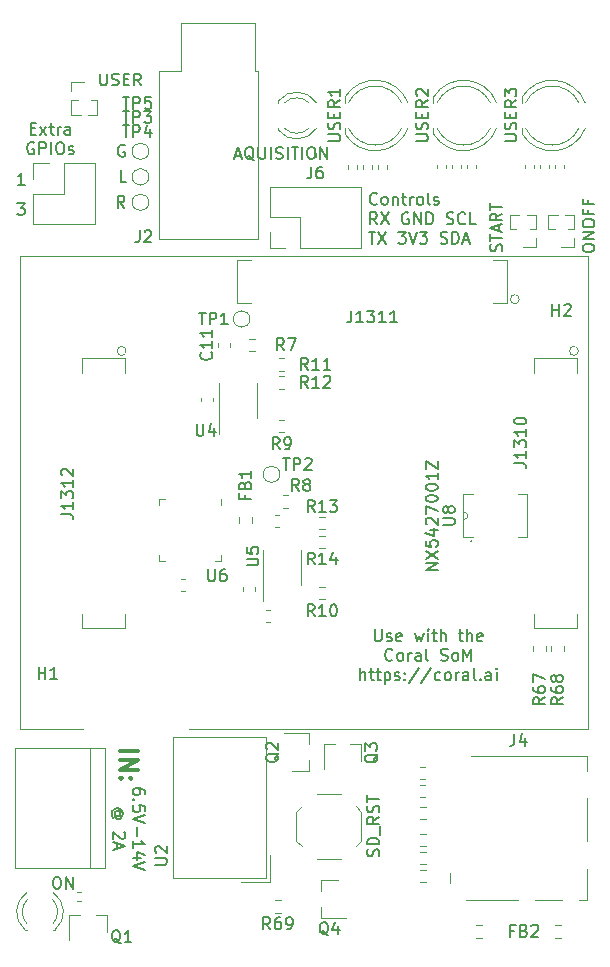
<source format=gto>
G04 #@! TF.GenerationSoftware,KiCad,Pcbnew,5.1.10*
G04 #@! TF.CreationDate,2021-08-05T15:26:38-04:00*
G04 #@! TF.ProjectId,mist-eeg,6d697374-2d65-4656-972e-6b696361645f,1E*
G04 #@! TF.SameCoordinates,Original*
G04 #@! TF.FileFunction,Legend,Top*
G04 #@! TF.FilePolarity,Positive*
%FSLAX46Y46*%
G04 Gerber Fmt 4.6, Leading zero omitted, Abs format (unit mm)*
G04 Created by KiCad (PCBNEW 5.1.10) date 2021-08-05 15:26:38*
%MOMM*%
%LPD*%
G01*
G04 APERTURE LIST*
%ADD10C,0.150000*%
%ADD11C,0.300000*%
%ADD12C,0.120000*%
%ADD13C,0.050000*%
G04 APERTURE END LIST*
D10*
X199684857Y-45523880D02*
X200303904Y-45523880D01*
X199970571Y-45904833D01*
X200113428Y-45904833D01*
X200208666Y-45952452D01*
X200256285Y-46000071D01*
X200303904Y-46095309D01*
X200303904Y-46333404D01*
X200256285Y-46428642D01*
X200208666Y-46476261D01*
X200113428Y-46523880D01*
X199827714Y-46523880D01*
X199732476Y-46476261D01*
X199684857Y-46428642D01*
X200303904Y-43983880D02*
X199732476Y-43983880D01*
X200018190Y-43983880D02*
X200018190Y-42983880D01*
X199922952Y-43126738D01*
X199827714Y-43221976D01*
X199732476Y-43269595D01*
D11*
X208426928Y-91948142D02*
X209926928Y-91948142D01*
X208426928Y-92662428D02*
X209926928Y-92662428D01*
X208426928Y-93519571D01*
X209926928Y-93519571D01*
X208569785Y-94233857D02*
X208498357Y-94305285D01*
X208426928Y-94233857D01*
X208498357Y-94162428D01*
X208569785Y-94233857D01*
X208426928Y-94233857D01*
X209355500Y-94233857D02*
X209284071Y-94305285D01*
X209212642Y-94233857D01*
X209284071Y-94162428D01*
X209355500Y-94233857D01*
X209212642Y-94233857D01*
D12*
X199961500Y-90043000D02*
X199961500Y-49974500D01*
X205295500Y-90043000D02*
X199961500Y-90043000D01*
X248031000Y-90043000D02*
X214249000Y-90043000D01*
X248031000Y-49974500D02*
X248031000Y-90043000D01*
X199961500Y-49974500D02*
X248031000Y-49974500D01*
D10*
X229957880Y-81622380D02*
X229957880Y-82431904D01*
X230005500Y-82527142D01*
X230053119Y-82574761D01*
X230148357Y-82622380D01*
X230338833Y-82622380D01*
X230434071Y-82574761D01*
X230481690Y-82527142D01*
X230529309Y-82431904D01*
X230529309Y-81622380D01*
X230957880Y-82574761D02*
X231053119Y-82622380D01*
X231243595Y-82622380D01*
X231338833Y-82574761D01*
X231386452Y-82479523D01*
X231386452Y-82431904D01*
X231338833Y-82336666D01*
X231243595Y-82289047D01*
X231100738Y-82289047D01*
X231005500Y-82241428D01*
X230957880Y-82146190D01*
X230957880Y-82098571D01*
X231005500Y-82003333D01*
X231100738Y-81955714D01*
X231243595Y-81955714D01*
X231338833Y-82003333D01*
X232195976Y-82574761D02*
X232100738Y-82622380D01*
X231910261Y-82622380D01*
X231815023Y-82574761D01*
X231767404Y-82479523D01*
X231767404Y-82098571D01*
X231815023Y-82003333D01*
X231910261Y-81955714D01*
X232100738Y-81955714D01*
X232195976Y-82003333D01*
X232243595Y-82098571D01*
X232243595Y-82193809D01*
X231767404Y-82289047D01*
X233338833Y-81955714D02*
X233529309Y-82622380D01*
X233719785Y-82146190D01*
X233910261Y-82622380D01*
X234100738Y-81955714D01*
X234481690Y-82622380D02*
X234481690Y-81955714D01*
X234481690Y-81622380D02*
X234434071Y-81670000D01*
X234481690Y-81717619D01*
X234529309Y-81670000D01*
X234481690Y-81622380D01*
X234481690Y-81717619D01*
X234815023Y-81955714D02*
X235195976Y-81955714D01*
X234957880Y-81622380D02*
X234957880Y-82479523D01*
X235005500Y-82574761D01*
X235100738Y-82622380D01*
X235195976Y-82622380D01*
X235529309Y-82622380D02*
X235529309Y-81622380D01*
X235957880Y-82622380D02*
X235957880Y-82098571D01*
X235910261Y-82003333D01*
X235815023Y-81955714D01*
X235672166Y-81955714D01*
X235576928Y-82003333D01*
X235529309Y-82050952D01*
X237053119Y-81955714D02*
X237434071Y-81955714D01*
X237195976Y-81622380D02*
X237195976Y-82479523D01*
X237243595Y-82574761D01*
X237338833Y-82622380D01*
X237434071Y-82622380D01*
X237767404Y-82622380D02*
X237767404Y-81622380D01*
X238195976Y-82622380D02*
X238195976Y-82098571D01*
X238148357Y-82003333D01*
X238053119Y-81955714D01*
X237910261Y-81955714D01*
X237815023Y-82003333D01*
X237767404Y-82050952D01*
X239053119Y-82574761D02*
X238957880Y-82622380D01*
X238767404Y-82622380D01*
X238672166Y-82574761D01*
X238624547Y-82479523D01*
X238624547Y-82098571D01*
X238672166Y-82003333D01*
X238767404Y-81955714D01*
X238957880Y-81955714D01*
X239053119Y-82003333D01*
X239100738Y-82098571D01*
X239100738Y-82193809D01*
X238624547Y-82289047D01*
X231457880Y-84177142D02*
X231410261Y-84224761D01*
X231267404Y-84272380D01*
X231172166Y-84272380D01*
X231029309Y-84224761D01*
X230934071Y-84129523D01*
X230886452Y-84034285D01*
X230838833Y-83843809D01*
X230838833Y-83700952D01*
X230886452Y-83510476D01*
X230934071Y-83415238D01*
X231029309Y-83320000D01*
X231172166Y-83272380D01*
X231267404Y-83272380D01*
X231410261Y-83320000D01*
X231457880Y-83367619D01*
X232029309Y-84272380D02*
X231934071Y-84224761D01*
X231886452Y-84177142D01*
X231838833Y-84081904D01*
X231838833Y-83796190D01*
X231886452Y-83700952D01*
X231934071Y-83653333D01*
X232029309Y-83605714D01*
X232172166Y-83605714D01*
X232267404Y-83653333D01*
X232315023Y-83700952D01*
X232362642Y-83796190D01*
X232362642Y-84081904D01*
X232315023Y-84177142D01*
X232267404Y-84224761D01*
X232172166Y-84272380D01*
X232029309Y-84272380D01*
X232791214Y-84272380D02*
X232791214Y-83605714D01*
X232791214Y-83796190D02*
X232838833Y-83700952D01*
X232886452Y-83653333D01*
X232981690Y-83605714D01*
X233076928Y-83605714D01*
X233838833Y-84272380D02*
X233838833Y-83748571D01*
X233791214Y-83653333D01*
X233695976Y-83605714D01*
X233505500Y-83605714D01*
X233410261Y-83653333D01*
X233838833Y-84224761D02*
X233743595Y-84272380D01*
X233505500Y-84272380D01*
X233410261Y-84224761D01*
X233362642Y-84129523D01*
X233362642Y-84034285D01*
X233410261Y-83939047D01*
X233505500Y-83891428D01*
X233743595Y-83891428D01*
X233838833Y-83843809D01*
X234457880Y-84272380D02*
X234362642Y-84224761D01*
X234315023Y-84129523D01*
X234315023Y-83272380D01*
X235553119Y-84224761D02*
X235695976Y-84272380D01*
X235934071Y-84272380D01*
X236029309Y-84224761D01*
X236076928Y-84177142D01*
X236124547Y-84081904D01*
X236124547Y-83986666D01*
X236076928Y-83891428D01*
X236029309Y-83843809D01*
X235934071Y-83796190D01*
X235743595Y-83748571D01*
X235648357Y-83700952D01*
X235600738Y-83653333D01*
X235553119Y-83558095D01*
X235553119Y-83462857D01*
X235600738Y-83367619D01*
X235648357Y-83320000D01*
X235743595Y-83272380D01*
X235981690Y-83272380D01*
X236124547Y-83320000D01*
X236695976Y-84272380D02*
X236600738Y-84224761D01*
X236553119Y-84177142D01*
X236505500Y-84081904D01*
X236505500Y-83796190D01*
X236553119Y-83700952D01*
X236600738Y-83653333D01*
X236695976Y-83605714D01*
X236838833Y-83605714D01*
X236934071Y-83653333D01*
X236981690Y-83700952D01*
X237029309Y-83796190D01*
X237029309Y-84081904D01*
X236981690Y-84177142D01*
X236934071Y-84224761D01*
X236838833Y-84272380D01*
X236695976Y-84272380D01*
X237457880Y-84272380D02*
X237457880Y-83272380D01*
X237791214Y-83986666D01*
X238124547Y-83272380D01*
X238124547Y-84272380D01*
X228743595Y-85922380D02*
X228743595Y-84922380D01*
X229172166Y-85922380D02*
X229172166Y-85398571D01*
X229124547Y-85303333D01*
X229029309Y-85255714D01*
X228886452Y-85255714D01*
X228791214Y-85303333D01*
X228743595Y-85350952D01*
X229505500Y-85255714D02*
X229886452Y-85255714D01*
X229648357Y-84922380D02*
X229648357Y-85779523D01*
X229695976Y-85874761D01*
X229791214Y-85922380D01*
X229886452Y-85922380D01*
X230076928Y-85255714D02*
X230457880Y-85255714D01*
X230219785Y-84922380D02*
X230219785Y-85779523D01*
X230267404Y-85874761D01*
X230362642Y-85922380D01*
X230457880Y-85922380D01*
X230791214Y-85255714D02*
X230791214Y-86255714D01*
X230791214Y-85303333D02*
X230886452Y-85255714D01*
X231076928Y-85255714D01*
X231172166Y-85303333D01*
X231219785Y-85350952D01*
X231267404Y-85446190D01*
X231267404Y-85731904D01*
X231219785Y-85827142D01*
X231172166Y-85874761D01*
X231076928Y-85922380D01*
X230886452Y-85922380D01*
X230791214Y-85874761D01*
X231648357Y-85874761D02*
X231743595Y-85922380D01*
X231934071Y-85922380D01*
X232029309Y-85874761D01*
X232076928Y-85779523D01*
X232076928Y-85731904D01*
X232029309Y-85636666D01*
X231934071Y-85589047D01*
X231791214Y-85589047D01*
X231695976Y-85541428D01*
X231648357Y-85446190D01*
X231648357Y-85398571D01*
X231695976Y-85303333D01*
X231791214Y-85255714D01*
X231934071Y-85255714D01*
X232029309Y-85303333D01*
X232505500Y-85827142D02*
X232553119Y-85874761D01*
X232505500Y-85922380D01*
X232457880Y-85874761D01*
X232505500Y-85827142D01*
X232505500Y-85922380D01*
X232505500Y-85303333D02*
X232553119Y-85350952D01*
X232505500Y-85398571D01*
X232457880Y-85350952D01*
X232505500Y-85303333D01*
X232505500Y-85398571D01*
X233695976Y-84874761D02*
X232838833Y-86160476D01*
X234743595Y-84874761D02*
X233886452Y-86160476D01*
X235505500Y-85874761D02*
X235410261Y-85922380D01*
X235219785Y-85922380D01*
X235124547Y-85874761D01*
X235076928Y-85827142D01*
X235029309Y-85731904D01*
X235029309Y-85446190D01*
X235076928Y-85350952D01*
X235124547Y-85303333D01*
X235219785Y-85255714D01*
X235410261Y-85255714D01*
X235505500Y-85303333D01*
X236076928Y-85922380D02*
X235981690Y-85874761D01*
X235934071Y-85827142D01*
X235886452Y-85731904D01*
X235886452Y-85446190D01*
X235934071Y-85350952D01*
X235981690Y-85303333D01*
X236076928Y-85255714D01*
X236219785Y-85255714D01*
X236315023Y-85303333D01*
X236362642Y-85350952D01*
X236410261Y-85446190D01*
X236410261Y-85731904D01*
X236362642Y-85827142D01*
X236315023Y-85874761D01*
X236219785Y-85922380D01*
X236076928Y-85922380D01*
X236838833Y-85922380D02*
X236838833Y-85255714D01*
X236838833Y-85446190D02*
X236886452Y-85350952D01*
X236934071Y-85303333D01*
X237029309Y-85255714D01*
X237124547Y-85255714D01*
X237886452Y-85922380D02*
X237886452Y-85398571D01*
X237838833Y-85303333D01*
X237743595Y-85255714D01*
X237553119Y-85255714D01*
X237457880Y-85303333D01*
X237886452Y-85874761D02*
X237791214Y-85922380D01*
X237553119Y-85922380D01*
X237457880Y-85874761D01*
X237410261Y-85779523D01*
X237410261Y-85684285D01*
X237457880Y-85589047D01*
X237553119Y-85541428D01*
X237791214Y-85541428D01*
X237886452Y-85493809D01*
X238505500Y-85922380D02*
X238410261Y-85874761D01*
X238362642Y-85779523D01*
X238362642Y-84922380D01*
X238886452Y-85827142D02*
X238934071Y-85874761D01*
X238886452Y-85922380D01*
X238838833Y-85874761D01*
X238886452Y-85827142D01*
X238886452Y-85922380D01*
X239791214Y-85922380D02*
X239791214Y-85398571D01*
X239743595Y-85303333D01*
X239648357Y-85255714D01*
X239457880Y-85255714D01*
X239362642Y-85303333D01*
X239791214Y-85874761D02*
X239695976Y-85922380D01*
X239457880Y-85922380D01*
X239362642Y-85874761D01*
X239315023Y-85779523D01*
X239315023Y-85684285D01*
X239362642Y-85589047D01*
X239457880Y-85541428D01*
X239695976Y-85541428D01*
X239791214Y-85493809D01*
X240267404Y-85922380D02*
X240267404Y-85255714D01*
X240267404Y-84922380D02*
X240219785Y-84970000D01*
X240267404Y-85017619D01*
X240315023Y-84970000D01*
X240267404Y-84922380D01*
X240267404Y-85017619D01*
X230142023Y-45570142D02*
X230094404Y-45617761D01*
X229951547Y-45665380D01*
X229856309Y-45665380D01*
X229713452Y-45617761D01*
X229618214Y-45522523D01*
X229570595Y-45427285D01*
X229522976Y-45236809D01*
X229522976Y-45093952D01*
X229570595Y-44903476D01*
X229618214Y-44808238D01*
X229713452Y-44713000D01*
X229856309Y-44665380D01*
X229951547Y-44665380D01*
X230094404Y-44713000D01*
X230142023Y-44760619D01*
X230713452Y-45665380D02*
X230618214Y-45617761D01*
X230570595Y-45570142D01*
X230522976Y-45474904D01*
X230522976Y-45189190D01*
X230570595Y-45093952D01*
X230618214Y-45046333D01*
X230713452Y-44998714D01*
X230856309Y-44998714D01*
X230951547Y-45046333D01*
X230999166Y-45093952D01*
X231046785Y-45189190D01*
X231046785Y-45474904D01*
X230999166Y-45570142D01*
X230951547Y-45617761D01*
X230856309Y-45665380D01*
X230713452Y-45665380D01*
X231475357Y-44998714D02*
X231475357Y-45665380D01*
X231475357Y-45093952D02*
X231522976Y-45046333D01*
X231618214Y-44998714D01*
X231761071Y-44998714D01*
X231856309Y-45046333D01*
X231903928Y-45141571D01*
X231903928Y-45665380D01*
X232237261Y-44998714D02*
X232618214Y-44998714D01*
X232380119Y-44665380D02*
X232380119Y-45522523D01*
X232427738Y-45617761D01*
X232522976Y-45665380D01*
X232618214Y-45665380D01*
X232951547Y-45665380D02*
X232951547Y-44998714D01*
X232951547Y-45189190D02*
X232999166Y-45093952D01*
X233046785Y-45046333D01*
X233142023Y-44998714D01*
X233237261Y-44998714D01*
X233713452Y-45665380D02*
X233618214Y-45617761D01*
X233570595Y-45570142D01*
X233522976Y-45474904D01*
X233522976Y-45189190D01*
X233570595Y-45093952D01*
X233618214Y-45046333D01*
X233713452Y-44998714D01*
X233856309Y-44998714D01*
X233951547Y-45046333D01*
X233999166Y-45093952D01*
X234046785Y-45189190D01*
X234046785Y-45474904D01*
X233999166Y-45570142D01*
X233951547Y-45617761D01*
X233856309Y-45665380D01*
X233713452Y-45665380D01*
X234618214Y-45665380D02*
X234522976Y-45617761D01*
X234475357Y-45522523D01*
X234475357Y-44665380D01*
X234951547Y-45617761D02*
X235046785Y-45665380D01*
X235237261Y-45665380D01*
X235332500Y-45617761D01*
X235380119Y-45522523D01*
X235380119Y-45474904D01*
X235332500Y-45379666D01*
X235237261Y-45332047D01*
X235094404Y-45332047D01*
X234999166Y-45284428D01*
X234951547Y-45189190D01*
X234951547Y-45141571D01*
X234999166Y-45046333D01*
X235094404Y-44998714D01*
X235237261Y-44998714D01*
X235332500Y-45046333D01*
X230142023Y-47315380D02*
X229808690Y-46839190D01*
X229570595Y-47315380D02*
X229570595Y-46315380D01*
X229951547Y-46315380D01*
X230046785Y-46363000D01*
X230094404Y-46410619D01*
X230142023Y-46505857D01*
X230142023Y-46648714D01*
X230094404Y-46743952D01*
X230046785Y-46791571D01*
X229951547Y-46839190D01*
X229570595Y-46839190D01*
X230475357Y-46315380D02*
X231142023Y-47315380D01*
X231142023Y-46315380D02*
X230475357Y-47315380D01*
X232808690Y-46363000D02*
X232713452Y-46315380D01*
X232570595Y-46315380D01*
X232427738Y-46363000D01*
X232332500Y-46458238D01*
X232284880Y-46553476D01*
X232237261Y-46743952D01*
X232237261Y-46886809D01*
X232284880Y-47077285D01*
X232332500Y-47172523D01*
X232427738Y-47267761D01*
X232570595Y-47315380D01*
X232665833Y-47315380D01*
X232808690Y-47267761D01*
X232856309Y-47220142D01*
X232856309Y-46886809D01*
X232665833Y-46886809D01*
X233284880Y-47315380D02*
X233284880Y-46315380D01*
X233856309Y-47315380D01*
X233856309Y-46315380D01*
X234332500Y-47315380D02*
X234332500Y-46315380D01*
X234570595Y-46315380D01*
X234713452Y-46363000D01*
X234808690Y-46458238D01*
X234856309Y-46553476D01*
X234903928Y-46743952D01*
X234903928Y-46886809D01*
X234856309Y-47077285D01*
X234808690Y-47172523D01*
X234713452Y-47267761D01*
X234570595Y-47315380D01*
X234332500Y-47315380D01*
X236046785Y-47267761D02*
X236189642Y-47315380D01*
X236427738Y-47315380D01*
X236522976Y-47267761D01*
X236570595Y-47220142D01*
X236618214Y-47124904D01*
X236618214Y-47029666D01*
X236570595Y-46934428D01*
X236522976Y-46886809D01*
X236427738Y-46839190D01*
X236237261Y-46791571D01*
X236142023Y-46743952D01*
X236094404Y-46696333D01*
X236046785Y-46601095D01*
X236046785Y-46505857D01*
X236094404Y-46410619D01*
X236142023Y-46363000D01*
X236237261Y-46315380D01*
X236475357Y-46315380D01*
X236618214Y-46363000D01*
X237618214Y-47220142D02*
X237570595Y-47267761D01*
X237427738Y-47315380D01*
X237332500Y-47315380D01*
X237189642Y-47267761D01*
X237094404Y-47172523D01*
X237046785Y-47077285D01*
X236999166Y-46886809D01*
X236999166Y-46743952D01*
X237046785Y-46553476D01*
X237094404Y-46458238D01*
X237189642Y-46363000D01*
X237332500Y-46315380D01*
X237427738Y-46315380D01*
X237570595Y-46363000D01*
X237618214Y-46410619D01*
X238522976Y-47315380D02*
X238046785Y-47315380D01*
X238046785Y-46315380D01*
X229427738Y-47965380D02*
X229999166Y-47965380D01*
X229713452Y-48965380D02*
X229713452Y-47965380D01*
X230237261Y-47965380D02*
X230903928Y-48965380D01*
X230903928Y-47965380D02*
X230237261Y-48965380D01*
X231951547Y-47965380D02*
X232570595Y-47965380D01*
X232237261Y-48346333D01*
X232380119Y-48346333D01*
X232475357Y-48393952D01*
X232522976Y-48441571D01*
X232570595Y-48536809D01*
X232570595Y-48774904D01*
X232522976Y-48870142D01*
X232475357Y-48917761D01*
X232380119Y-48965380D01*
X232094404Y-48965380D01*
X231999166Y-48917761D01*
X231951547Y-48870142D01*
X232856309Y-47965380D02*
X233189642Y-48965380D01*
X233522976Y-47965380D01*
X233761071Y-47965380D02*
X234380119Y-47965380D01*
X234046785Y-48346333D01*
X234189642Y-48346333D01*
X234284880Y-48393952D01*
X234332500Y-48441571D01*
X234380119Y-48536809D01*
X234380119Y-48774904D01*
X234332500Y-48870142D01*
X234284880Y-48917761D01*
X234189642Y-48965380D01*
X233903928Y-48965380D01*
X233808690Y-48917761D01*
X233761071Y-48870142D01*
X235522976Y-48917761D02*
X235665833Y-48965380D01*
X235903928Y-48965380D01*
X235999166Y-48917761D01*
X236046785Y-48870142D01*
X236094404Y-48774904D01*
X236094404Y-48679666D01*
X236046785Y-48584428D01*
X235999166Y-48536809D01*
X235903928Y-48489190D01*
X235713452Y-48441571D01*
X235618214Y-48393952D01*
X235570595Y-48346333D01*
X235522976Y-48251095D01*
X235522976Y-48155857D01*
X235570595Y-48060619D01*
X235618214Y-48013000D01*
X235713452Y-47965380D01*
X235951547Y-47965380D01*
X236094404Y-48013000D01*
X236522976Y-48965380D02*
X236522976Y-47965380D01*
X236761071Y-47965380D01*
X236903928Y-48013000D01*
X236999166Y-48108238D01*
X237046785Y-48203476D01*
X237094404Y-48393952D01*
X237094404Y-48536809D01*
X237046785Y-48727285D01*
X236999166Y-48822523D01*
X236903928Y-48917761D01*
X236761071Y-48965380D01*
X236522976Y-48965380D01*
X237475357Y-48679666D02*
X237951547Y-48679666D01*
X237380119Y-48965380D02*
X237713452Y-47965380D01*
X238046785Y-48965380D01*
X200825833Y-39206071D02*
X201159166Y-39206071D01*
X201302023Y-39729880D02*
X200825833Y-39729880D01*
X200825833Y-38729880D01*
X201302023Y-38729880D01*
X201635357Y-39729880D02*
X202159166Y-39063214D01*
X201635357Y-39063214D02*
X202159166Y-39729880D01*
X202397261Y-39063214D02*
X202778214Y-39063214D01*
X202540119Y-38729880D02*
X202540119Y-39587023D01*
X202587738Y-39682261D01*
X202682976Y-39729880D01*
X202778214Y-39729880D01*
X203111547Y-39729880D02*
X203111547Y-39063214D01*
X203111547Y-39253690D02*
X203159166Y-39158452D01*
X203206785Y-39110833D01*
X203302023Y-39063214D01*
X203397261Y-39063214D01*
X204159166Y-39729880D02*
X204159166Y-39206071D01*
X204111547Y-39110833D01*
X204016309Y-39063214D01*
X203825833Y-39063214D01*
X203730595Y-39110833D01*
X204159166Y-39682261D02*
X204063928Y-39729880D01*
X203825833Y-39729880D01*
X203730595Y-39682261D01*
X203682976Y-39587023D01*
X203682976Y-39491785D01*
X203730595Y-39396547D01*
X203825833Y-39348928D01*
X204063928Y-39348928D01*
X204159166Y-39301309D01*
X201087738Y-40427500D02*
X200992500Y-40379880D01*
X200849642Y-40379880D01*
X200706785Y-40427500D01*
X200611547Y-40522738D01*
X200563928Y-40617976D01*
X200516309Y-40808452D01*
X200516309Y-40951309D01*
X200563928Y-41141785D01*
X200611547Y-41237023D01*
X200706785Y-41332261D01*
X200849642Y-41379880D01*
X200944880Y-41379880D01*
X201087738Y-41332261D01*
X201135357Y-41284642D01*
X201135357Y-40951309D01*
X200944880Y-40951309D01*
X201563928Y-41379880D02*
X201563928Y-40379880D01*
X201944880Y-40379880D01*
X202040119Y-40427500D01*
X202087738Y-40475119D01*
X202135357Y-40570357D01*
X202135357Y-40713214D01*
X202087738Y-40808452D01*
X202040119Y-40856071D01*
X201944880Y-40903690D01*
X201563928Y-40903690D01*
X202563928Y-41379880D02*
X202563928Y-40379880D01*
X203230595Y-40379880D02*
X203421071Y-40379880D01*
X203516309Y-40427500D01*
X203611547Y-40522738D01*
X203659166Y-40713214D01*
X203659166Y-41046547D01*
X203611547Y-41237023D01*
X203516309Y-41332261D01*
X203421071Y-41379880D01*
X203230595Y-41379880D01*
X203135357Y-41332261D01*
X203040119Y-41237023D01*
X202992500Y-41046547D01*
X202992500Y-40713214D01*
X203040119Y-40522738D01*
X203135357Y-40427500D01*
X203230595Y-40379880D01*
X204040119Y-41332261D02*
X204135357Y-41379880D01*
X204325833Y-41379880D01*
X204421071Y-41332261D01*
X204468690Y-41237023D01*
X204468690Y-41189404D01*
X204421071Y-41094166D01*
X204325833Y-41046547D01*
X204182976Y-41046547D01*
X204087738Y-40998928D01*
X204040119Y-40903690D01*
X204040119Y-40856071D01*
X204087738Y-40760833D01*
X204182976Y-40713214D01*
X204325833Y-40713214D01*
X204421071Y-40760833D01*
X208754023Y-45918380D02*
X208420690Y-45442190D01*
X208182595Y-45918380D02*
X208182595Y-44918380D01*
X208563547Y-44918380D01*
X208658785Y-44966000D01*
X208706404Y-45013619D01*
X208754023Y-45108857D01*
X208754023Y-45251714D01*
X208706404Y-45346952D01*
X208658785Y-45394571D01*
X208563547Y-45442190D01*
X208182595Y-45442190D01*
X208912761Y-43759380D02*
X208436571Y-43759380D01*
X208436571Y-42759380D01*
X208769904Y-40648000D02*
X208674666Y-40600380D01*
X208531809Y-40600380D01*
X208388952Y-40648000D01*
X208293714Y-40743238D01*
X208246095Y-40838476D01*
X208198476Y-41028952D01*
X208198476Y-41171809D01*
X208246095Y-41362285D01*
X208293714Y-41457523D01*
X208388952Y-41552761D01*
X208531809Y-41600380D01*
X208627047Y-41600380D01*
X208769904Y-41552761D01*
X208817523Y-41505142D01*
X208817523Y-41171809D01*
X208627047Y-41171809D01*
X210478119Y-95536119D02*
X210478119Y-95345642D01*
X210430500Y-95250404D01*
X210382880Y-95202785D01*
X210240023Y-95107547D01*
X210049547Y-95059928D01*
X209668595Y-95059928D01*
X209573357Y-95107547D01*
X209525738Y-95155166D01*
X209478119Y-95250404D01*
X209478119Y-95440880D01*
X209525738Y-95536119D01*
X209573357Y-95583738D01*
X209668595Y-95631357D01*
X209906690Y-95631357D01*
X210001928Y-95583738D01*
X210049547Y-95536119D01*
X210097166Y-95440880D01*
X210097166Y-95250404D01*
X210049547Y-95155166D01*
X210001928Y-95107547D01*
X209906690Y-95059928D01*
X209573357Y-96059928D02*
X209525738Y-96107547D01*
X209478119Y-96059928D01*
X209525738Y-96012309D01*
X209573357Y-96059928D01*
X209478119Y-96059928D01*
X210478119Y-97012309D02*
X210478119Y-96536119D01*
X210001928Y-96488500D01*
X210049547Y-96536119D01*
X210097166Y-96631357D01*
X210097166Y-96869452D01*
X210049547Y-96964690D01*
X210001928Y-97012309D01*
X209906690Y-97059928D01*
X209668595Y-97059928D01*
X209573357Y-97012309D01*
X209525738Y-96964690D01*
X209478119Y-96869452D01*
X209478119Y-96631357D01*
X209525738Y-96536119D01*
X209573357Y-96488500D01*
X210478119Y-97345642D02*
X209478119Y-97678976D01*
X210478119Y-98012309D01*
X209859071Y-98345642D02*
X209859071Y-99107547D01*
X209478119Y-100107547D02*
X209478119Y-99536119D01*
X209478119Y-99821833D02*
X210478119Y-99821833D01*
X210335261Y-99726595D01*
X210240023Y-99631357D01*
X210192404Y-99536119D01*
X210144785Y-100964690D02*
X209478119Y-100964690D01*
X210525738Y-100726595D02*
X209811452Y-100488500D01*
X209811452Y-101107547D01*
X210478119Y-101345642D02*
X209478119Y-101678976D01*
X210478119Y-102012309D01*
X208304309Y-97417071D02*
X208351928Y-97369452D01*
X208399547Y-97274214D01*
X208399547Y-97178976D01*
X208351928Y-97083738D01*
X208304309Y-97036119D01*
X208209071Y-96988500D01*
X208113833Y-96988500D01*
X208018595Y-97036119D01*
X207970976Y-97083738D01*
X207923357Y-97178976D01*
X207923357Y-97274214D01*
X207970976Y-97369452D01*
X208018595Y-97417071D01*
X208399547Y-97417071D02*
X208018595Y-97417071D01*
X207970976Y-97464690D01*
X207970976Y-97512309D01*
X208018595Y-97607547D01*
X208113833Y-97655166D01*
X208351928Y-97655166D01*
X208494785Y-97559928D01*
X208590023Y-97417071D01*
X208637642Y-97226595D01*
X208590023Y-97036119D01*
X208494785Y-96893261D01*
X208351928Y-96798023D01*
X208161452Y-96750404D01*
X207970976Y-96798023D01*
X207828119Y-96893261D01*
X207732880Y-97036119D01*
X207685261Y-97226595D01*
X207732880Y-97417071D01*
X207828119Y-97559928D01*
X208732880Y-98798023D02*
X208780500Y-98845642D01*
X208828119Y-98940880D01*
X208828119Y-99178976D01*
X208780500Y-99274214D01*
X208732880Y-99321833D01*
X208637642Y-99369452D01*
X208542404Y-99369452D01*
X208399547Y-99321833D01*
X207828119Y-98750404D01*
X207828119Y-99369452D01*
X208113833Y-99750404D02*
X208113833Y-100226595D01*
X207828119Y-99655166D02*
X208828119Y-99988500D01*
X207828119Y-100321833D01*
D12*
X221071500Y-103034500D02*
X221071500Y-100704500D01*
X218621500Y-103034500D02*
X221071500Y-103034500D01*
X220741500Y-90764500D02*
X220741500Y-102704500D01*
X212891500Y-90764500D02*
X220741500Y-90764500D01*
X212891500Y-102704500D02*
X212891500Y-90764500D01*
X220741500Y-102704500D02*
X212891500Y-102704500D01*
X216913500Y-75321000D02*
X216913500Y-75796000D01*
X216913500Y-75796000D02*
X216438500Y-75796000D01*
X211693500Y-71051000D02*
X211693500Y-70576000D01*
X211693500Y-70576000D02*
X212168500Y-70576000D01*
X211693500Y-75321000D02*
X211693500Y-75796000D01*
X211693500Y-75796000D02*
X212168500Y-75796000D01*
X216913500Y-71051000D02*
X216913500Y-70576000D01*
X201035500Y-42138000D02*
X202365500Y-42138000D01*
X201035500Y-43468000D02*
X201035500Y-42138000D01*
X203635500Y-42138000D02*
X206235500Y-42138000D01*
X203635500Y-44738000D02*
X203635500Y-42138000D01*
X201035500Y-44738000D02*
X203635500Y-44738000D01*
X206235500Y-42138000D02*
X206235500Y-47338000D01*
X201035500Y-44738000D02*
X201035500Y-47338000D01*
X201035500Y-47338000D02*
X206235500Y-47338000D01*
X219525000Y-72597758D02*
X219525000Y-72123242D01*
X218480000Y-72597758D02*
X218480000Y-72123242D01*
X236305500Y-103078500D02*
X236305500Y-102218500D01*
X247945500Y-92378500D02*
X238125500Y-92378500D01*
X247945500Y-93608500D02*
X247945500Y-92378500D01*
X247945500Y-99578500D02*
X247945500Y-95908500D01*
X247945500Y-104558500D02*
X247945500Y-101878500D01*
X247225500Y-104558500D02*
X247945500Y-104558500D01*
X243525500Y-104558500D02*
X245825500Y-104558500D01*
X237675500Y-104558500D02*
X242125500Y-104558500D01*
X207137000Y-101790500D02*
X207137000Y-91630500D01*
X199517000Y-101790500D02*
X207137000Y-101790500D01*
X199517000Y-91630500D02*
X199517000Y-101790500D01*
X207137000Y-91630500D02*
X199517000Y-91630500D01*
X205867000Y-91630500D02*
X205867000Y-101790500D01*
X224407000Y-93591500D02*
X224407000Y-92661500D01*
X224407000Y-90431500D02*
X224407000Y-91361500D01*
X224407000Y-90431500D02*
X222247000Y-90431500D01*
X224407000Y-93591500D02*
X222947000Y-93591500D01*
X221528920Y-72963500D02*
X221810080Y-72963500D01*
X221528920Y-71943500D02*
X221810080Y-71943500D01*
X217671000Y-57671580D02*
X217671000Y-57390420D01*
X216651000Y-57671580D02*
X216651000Y-57390420D01*
X221069780Y-79982600D02*
X220788620Y-79982600D01*
X221069780Y-81002600D02*
X220788620Y-81002600D01*
X216283000Y-62307080D02*
X216283000Y-62025920D01*
X215263000Y-62307080D02*
X215263000Y-62025920D01*
X228810000Y-97048000D02*
X228810000Y-99548000D01*
X227060000Y-95548000D02*
X225060000Y-95548000D01*
X223310000Y-97048000D02*
X223310000Y-99548000D01*
X227060000Y-101048000D02*
X225060000Y-101048000D01*
X228360000Y-96598000D02*
X228810000Y-97048000D01*
X228360000Y-99998000D02*
X228810000Y-99548000D01*
X223760000Y-99998000D02*
X223310000Y-99548000D01*
X223760000Y-96598000D02*
X223310000Y-97048000D01*
X238201200Y-74168000D02*
G75*
G03*
X238201200Y-74168000I-76200J0D01*
G01*
X238262160Y-70180200D02*
X237426500Y-70180200D01*
X242051840Y-73837800D02*
X242887500Y-73837800D01*
X237426500Y-73837800D02*
X238262160Y-73837800D01*
X237426500Y-70180200D02*
X237426500Y-73837800D01*
X242887500Y-70180200D02*
X242051840Y-70180200D01*
X242887500Y-73837800D02*
X242887500Y-70180200D01*
D13*
X237553500Y-71725367D02*
G75*
G02*
X237553500Y-72292633I0J-283633D01*
G01*
D12*
X247201000Y-58045000D02*
G75*
G03*
X247201000Y-58045000I-381000J0D01*
G01*
X243463900Y-80344338D02*
X243463900Y-81540000D01*
X247096100Y-59875662D02*
X247096100Y-58680000D01*
X247096100Y-58680000D02*
X243463900Y-58680000D01*
X247096100Y-81540000D02*
X247096100Y-80344338D01*
X243463900Y-81540000D02*
X247096100Y-81540000D01*
X243463900Y-58680000D02*
X243463900Y-59875662D01*
X242196000Y-53670000D02*
G75*
G03*
X242196000Y-53670000I-381000J0D01*
G01*
X219515662Y-50313900D02*
X218320000Y-50313900D01*
X239984338Y-53946100D02*
X241180000Y-53946100D01*
X241180000Y-53946100D02*
X241180000Y-50313900D01*
X218320000Y-53946100D02*
X219515662Y-53946100D01*
X218320000Y-50313900D02*
X218320000Y-53946100D01*
X241180000Y-50313900D02*
X239984338Y-50313900D01*
X208901000Y-58045000D02*
G75*
G03*
X208901000Y-58045000I-381000J0D01*
G01*
X205163900Y-80344338D02*
X205163900Y-81540000D01*
X208796100Y-59875662D02*
X208796100Y-58680000D01*
X208796100Y-58680000D02*
X205163900Y-58680000D01*
X208796100Y-81540000D02*
X208796100Y-80344338D01*
X205163900Y-81540000D02*
X208796100Y-81540000D01*
X205163900Y-58680000D02*
X205163900Y-59875662D01*
X245253742Y-107710500D02*
X245728258Y-107710500D01*
X245253742Y-106665500D02*
X245728258Y-106665500D01*
X213553000Y-34303500D02*
X213553000Y-30303500D01*
X211653000Y-34303500D02*
X213553000Y-34303500D01*
X211653000Y-48543500D02*
X211653000Y-34303500D01*
X220093000Y-48543500D02*
X211653000Y-48543500D01*
X220093000Y-34303500D02*
X220093000Y-48543500D01*
X219793000Y-34303500D02*
X220093000Y-34303500D01*
X219793000Y-30303500D02*
X219793000Y-34303500D01*
X213553000Y-30303500D02*
X219793000Y-30303500D01*
X205068141Y-103887000D02*
X204760859Y-103887000D01*
X205068141Y-104647000D02*
X204760859Y-104647000D01*
X207256500Y-105793000D02*
X207256500Y-107253000D01*
X204096500Y-105793000D02*
X204096500Y-107953000D01*
X204096500Y-105793000D02*
X205026500Y-105793000D01*
X207256500Y-105793000D02*
X206326500Y-105793000D01*
X202692500Y-107097000D02*
X202848500Y-107097000D01*
X200376500Y-107097000D02*
X200532500Y-107097000D01*
X202692337Y-104495870D02*
G75*
G02*
X202692500Y-106577961I-1079837J-1041130D01*
G01*
X200532663Y-104495870D02*
G75*
G03*
X200532500Y-106577961I1079837J-1041130D01*
G01*
X202691108Y-103864665D02*
G75*
G02*
X202848016Y-107097000I-1078608J-1672335D01*
G01*
X200533892Y-103864665D02*
G75*
G03*
X200376984Y-107097000I1078608J-1672335D01*
G01*
X246855000Y-49274000D02*
X245745000Y-49274000D01*
X246855000Y-48514000D02*
X246855000Y-49274000D01*
X245181529Y-47754000D02*
X244635000Y-47754000D01*
X246855000Y-47754000D02*
X246308471Y-47754000D01*
X244635000Y-47754000D02*
X244635000Y-46549000D01*
X246855000Y-47754000D02*
X246855000Y-46549000D01*
X245437470Y-46549000D02*
X244635000Y-46549000D01*
X246855000Y-46549000D02*
X246052530Y-46549000D01*
X221504742Y-105615000D02*
X221979258Y-105615000D01*
X221504742Y-104570000D02*
X221979258Y-104570000D01*
X244905000Y-83011242D02*
X244905000Y-83485758D01*
X245950000Y-83011242D02*
X245950000Y-83485758D01*
X243381000Y-83011242D02*
X243381000Y-83485758D01*
X244426000Y-83011242D02*
X244426000Y-83485758D01*
X225363500Y-102877500D02*
X226823500Y-102877500D01*
X225363500Y-106037500D02*
X227523500Y-106037500D01*
X225363500Y-106037500D02*
X225363500Y-105107500D01*
X225363500Y-102877500D02*
X225363500Y-103807500D01*
X228783000Y-91315000D02*
X228783000Y-92775000D01*
X225623000Y-91315000D02*
X225623000Y-93475000D01*
X225623000Y-91315000D02*
X226553000Y-91315000D01*
X228783000Y-91315000D02*
X227853000Y-91315000D01*
X221047000Y-49336000D02*
X221047000Y-48006000D01*
X222377000Y-49336000D02*
X221047000Y-49336000D01*
X221047000Y-46736000D02*
X221047000Y-44136000D01*
X223647000Y-46736000D02*
X221047000Y-46736000D01*
X223647000Y-49336000D02*
X223647000Y-46736000D01*
X221047000Y-44136000D02*
X228787000Y-44136000D01*
X223647000Y-49336000D02*
X228787000Y-49336000D01*
X228787000Y-49336000D02*
X228787000Y-44136000D01*
X204249000Y-35308000D02*
X205359000Y-35308000D01*
X204249000Y-36068000D02*
X204249000Y-35308000D01*
X205922471Y-36828000D02*
X206469000Y-36828000D01*
X204249000Y-36828000D02*
X204795529Y-36828000D01*
X206469000Y-36828000D02*
X206469000Y-38033000D01*
X204249000Y-36828000D02*
X204249000Y-38033000D01*
X205666530Y-38033000D02*
X206469000Y-38033000D01*
X204249000Y-38033000D02*
X205051470Y-38033000D01*
X220525700Y-76365100D02*
X220525700Y-79240100D01*
X220525700Y-76365100D02*
X220525700Y-74865100D01*
X223745700Y-76365100D02*
X223745700Y-77865100D01*
X223745700Y-76365100D02*
X223745700Y-74865100D01*
X238997258Y-106665500D02*
X238522742Y-106665500D01*
X238997258Y-107710500D02*
X238522742Y-107710500D01*
X234234758Y-93267000D02*
X233760242Y-93267000D01*
X234234758Y-94312000D02*
X233760242Y-94312000D01*
X234234758Y-94791000D02*
X233760242Y-94791000D01*
X234234758Y-95836000D02*
X233760242Y-95836000D01*
X234298258Y-96632500D02*
X233823742Y-96632500D01*
X234298258Y-97677500D02*
X233823742Y-97677500D01*
X234298258Y-98918500D02*
X233823742Y-98918500D01*
X234298258Y-99963500D02*
X233823742Y-99963500D01*
X234298258Y-100442500D02*
X233823742Y-100442500D01*
X234298258Y-101487500D02*
X233823742Y-101487500D01*
X234298258Y-101966500D02*
X233823742Y-101966500D01*
X234298258Y-103011500D02*
X233823742Y-103011500D01*
X221822242Y-61228500D02*
X222296758Y-61228500D01*
X221822242Y-60183500D02*
X222296758Y-60183500D01*
X222296758Y-58659500D02*
X221822242Y-58659500D01*
X222296758Y-59704500D02*
X221822242Y-59704500D01*
X225263942Y-74728600D02*
X225738458Y-74728600D01*
X225263942Y-73683600D02*
X225738458Y-73683600D01*
X225738458Y-72096100D02*
X225263942Y-72096100D01*
X225738458Y-73141100D02*
X225263942Y-73141100D01*
X221822242Y-64911500D02*
X222296758Y-64911500D01*
X221822242Y-63866500D02*
X222296758Y-63866500D01*
X225263942Y-79046600D02*
X225738458Y-79046600D01*
X225263942Y-78001600D02*
X225738458Y-78001600D01*
X219820258Y-57008500D02*
X219345742Y-57008500D01*
X219820258Y-58053500D02*
X219345742Y-58053500D01*
X222626958Y-70280000D02*
X222152442Y-70280000D01*
X222626958Y-71325000D02*
X222152442Y-71325000D01*
X210821500Y-41148000D02*
G75*
G03*
X210821500Y-41148000I-700000J0D01*
G01*
X210821500Y-45466000D02*
G75*
G03*
X210821500Y-45466000I-700000J0D01*
G01*
X210821500Y-43307000D02*
G75*
G03*
X210821500Y-43307000I-700000J0D01*
G01*
X219385000Y-55342500D02*
G75*
G03*
X219385000Y-55342500I-700000J0D01*
G01*
X221925000Y-68487000D02*
G75*
G03*
X221925000Y-68487000I-700000J0D01*
G01*
X243616500Y-49274000D02*
X242506500Y-49274000D01*
X243616500Y-48514000D02*
X243616500Y-49274000D01*
X241943029Y-47754000D02*
X241396500Y-47754000D01*
X243616500Y-47754000D02*
X243069971Y-47754000D01*
X241396500Y-47754000D02*
X241396500Y-46549000D01*
X243616500Y-47754000D02*
X243616500Y-46549000D01*
X242198970Y-46549000D02*
X241396500Y-46549000D01*
X243616500Y-46549000D02*
X242814030Y-46549000D01*
X237745000Y-42264359D02*
X237745000Y-42571641D01*
X238505000Y-42264359D02*
X238505000Y-42571641D01*
X236475000Y-42264359D02*
X236475000Y-42571641D01*
X237235000Y-42264359D02*
X237235000Y-42571641D01*
X235205000Y-42264359D02*
X235205000Y-42571641D01*
X235965000Y-42264359D02*
X235965000Y-42571641D01*
X245238000Y-42264359D02*
X245238000Y-42571641D01*
X245998000Y-42264359D02*
X245998000Y-42571641D01*
X243968000Y-42264359D02*
X243968000Y-42571641D01*
X244728000Y-42264359D02*
X244728000Y-42571641D01*
X242698000Y-42264359D02*
X242698000Y-42571641D01*
X243458000Y-42264359D02*
X243458000Y-42571641D01*
X230252000Y-42327859D02*
X230252000Y-42635141D01*
X231012000Y-42327859D02*
X231012000Y-42635141D01*
X228982000Y-42327859D02*
X228982000Y-42635141D01*
X229742000Y-42327859D02*
X229742000Y-42635141D01*
X227712000Y-42327859D02*
X227712000Y-42635141D01*
X228472000Y-42327859D02*
X228472000Y-42635141D01*
X224219500Y-41311859D02*
X224219500Y-41619141D01*
X224979500Y-41311859D02*
X224979500Y-41619141D01*
X234925000Y-39195000D02*
X234925000Y-39660000D01*
X234925000Y-36570000D02*
X234925000Y-37035000D01*
X239739479Y-39195429D02*
G75*
G02*
X235230316Y-39195000I-2254479J1080429D01*
G01*
X239739479Y-37034571D02*
G75*
G03*
X235230316Y-37035000I-2254479J-1080429D01*
G01*
X240272815Y-39195827D02*
G75*
G02*
X234925000Y-39659830I-2787815J1080827D01*
G01*
X240272815Y-37034173D02*
G75*
G03*
X234925000Y-36570170I-2787815J-1080827D01*
G01*
X242425000Y-39195000D02*
X242425000Y-39660000D01*
X242425000Y-36570000D02*
X242425000Y-37035000D01*
X247239479Y-39195429D02*
G75*
G02*
X242730316Y-39195000I-2254479J1080429D01*
G01*
X247239479Y-37034571D02*
G75*
G03*
X242730316Y-37035000I-2254479J-1080429D01*
G01*
X247772815Y-39195827D02*
G75*
G02*
X242425000Y-39659830I-2787815J1080827D01*
G01*
X247772815Y-37034173D02*
G75*
G03*
X242425000Y-36570170I-2787815J-1080827D01*
G01*
X227425000Y-39195000D02*
X227425000Y-39660000D01*
X227425000Y-36570000D02*
X227425000Y-37035000D01*
X232239479Y-39195429D02*
G75*
G02*
X227730316Y-39195000I-2254479J1080429D01*
G01*
X232239479Y-37034571D02*
G75*
G03*
X227730316Y-37035000I-2254479J-1080429D01*
G01*
X232772815Y-39195827D02*
G75*
G02*
X227425000Y-39659830I-2787815J1080827D01*
G01*
X232772815Y-37034173D02*
G75*
G03*
X227425000Y-36570170I-2787815J-1080827D01*
G01*
X221790000Y-39195000D02*
X221790000Y-39351000D01*
X221790000Y-36879000D02*
X221790000Y-37035000D01*
X224391130Y-39194837D02*
G75*
G02*
X222309039Y-39195000I-1041130J1079837D01*
G01*
X224391130Y-37035163D02*
G75*
G03*
X222309039Y-37035000I-1041130J-1079837D01*
G01*
X225022335Y-39193608D02*
G75*
G02*
X221790000Y-39350516I-1672335J1078608D01*
G01*
X225022335Y-37036392D02*
G75*
G03*
X221790000Y-36879484I-1672335J-1078608D01*
G01*
X218768200Y-78066020D02*
X218768200Y-78347180D01*
X219788200Y-78066020D02*
X219788200Y-78347180D01*
X213872580Y-77375000D02*
X213591420Y-77375000D01*
X213872580Y-78395000D02*
X213591420Y-78395000D01*
X216766500Y-62230000D02*
X216766500Y-65105000D01*
X216766500Y-62230000D02*
X216766500Y-60730000D01*
X219986500Y-62230000D02*
X219986500Y-63730000D01*
X219986500Y-62230000D02*
X219986500Y-60730000D01*
D10*
X211363880Y-101546404D02*
X212173404Y-101546404D01*
X212268642Y-101498785D01*
X212316261Y-101451166D01*
X212363880Y-101355928D01*
X212363880Y-101165452D01*
X212316261Y-101070214D01*
X212268642Y-101022595D01*
X212173404Y-100974976D01*
X211363880Y-100974976D01*
X211459119Y-100546404D02*
X211411500Y-100498785D01*
X211363880Y-100403547D01*
X211363880Y-100165452D01*
X211411500Y-100070214D01*
X211459119Y-100022595D01*
X211554357Y-99974976D01*
X211649595Y-99974976D01*
X211792452Y-100022595D01*
X212363880Y-100594023D01*
X212363880Y-99974976D01*
X215836595Y-76541380D02*
X215836595Y-77350904D01*
X215884214Y-77446142D01*
X215931833Y-77493761D01*
X216027071Y-77541380D01*
X216217547Y-77541380D01*
X216312785Y-77493761D01*
X216360404Y-77446142D01*
X216408023Y-77350904D01*
X216408023Y-76541380D01*
X217312785Y-76541380D02*
X217122309Y-76541380D01*
X217027071Y-76589000D01*
X216979452Y-76636619D01*
X216884214Y-76779476D01*
X216836595Y-76969952D01*
X216836595Y-77350904D01*
X216884214Y-77446142D01*
X216931833Y-77493761D01*
X217027071Y-77541380D01*
X217217547Y-77541380D01*
X217312785Y-77493761D01*
X217360404Y-77446142D01*
X217408023Y-77350904D01*
X217408023Y-77112809D01*
X217360404Y-77017571D01*
X217312785Y-76969952D01*
X217217547Y-76922333D01*
X217027071Y-76922333D01*
X216931833Y-76969952D01*
X216884214Y-77017571D01*
X216836595Y-77112809D01*
X218940071Y-70238833D02*
X218940071Y-70572166D01*
X219463880Y-70572166D02*
X218463880Y-70572166D01*
X218463880Y-70095976D01*
X218940071Y-69381690D02*
X218987690Y-69238833D01*
X219035309Y-69191214D01*
X219130547Y-69143595D01*
X219273404Y-69143595D01*
X219368642Y-69191214D01*
X219416261Y-69238833D01*
X219463880Y-69334071D01*
X219463880Y-69715023D01*
X218463880Y-69715023D01*
X218463880Y-69381690D01*
X218511500Y-69286452D01*
X218559119Y-69238833D01*
X218654357Y-69191214D01*
X218749595Y-69191214D01*
X218844833Y-69238833D01*
X218892452Y-69286452D01*
X218940071Y-69381690D01*
X218940071Y-69715023D01*
X219463880Y-68191214D02*
X219463880Y-68762642D01*
X219463880Y-68476928D02*
X218463880Y-68476928D01*
X218606738Y-68572166D01*
X218701976Y-68667404D01*
X218749595Y-68762642D01*
X241783166Y-90481880D02*
X241783166Y-91196166D01*
X241735547Y-91339023D01*
X241640309Y-91434261D01*
X241497452Y-91481880D01*
X241402214Y-91481880D01*
X242687928Y-90815214D02*
X242687928Y-91481880D01*
X242449833Y-90434261D02*
X242211738Y-91148547D01*
X242830785Y-91148547D01*
X221845119Y-92106738D02*
X221797500Y-92201976D01*
X221702261Y-92297214D01*
X221559404Y-92440071D01*
X221511785Y-92535309D01*
X221511785Y-92630547D01*
X221749880Y-92582928D02*
X221702261Y-92678166D01*
X221607023Y-92773404D01*
X221416547Y-92821023D01*
X221083214Y-92821023D01*
X220892738Y-92773404D01*
X220797500Y-92678166D01*
X220749880Y-92582928D01*
X220749880Y-92392452D01*
X220797500Y-92297214D01*
X220892738Y-92201976D01*
X221083214Y-92154357D01*
X221416547Y-92154357D01*
X221607023Y-92201976D01*
X221702261Y-92297214D01*
X221749880Y-92392452D01*
X221749880Y-92582928D01*
X220845119Y-91773404D02*
X220797500Y-91725785D01*
X220749880Y-91630547D01*
X220749880Y-91392452D01*
X220797500Y-91297214D01*
X220845119Y-91249595D01*
X220940357Y-91201976D01*
X221035595Y-91201976D01*
X221178452Y-91249595D01*
X221749880Y-91821023D01*
X221749880Y-91201976D01*
X216088142Y-58173857D02*
X216135761Y-58221476D01*
X216183380Y-58364333D01*
X216183380Y-58459571D01*
X216135761Y-58602428D01*
X216040523Y-58697666D01*
X215945285Y-58745285D01*
X215754809Y-58792904D01*
X215611952Y-58792904D01*
X215421476Y-58745285D01*
X215326238Y-58697666D01*
X215231000Y-58602428D01*
X215183380Y-58459571D01*
X215183380Y-58364333D01*
X215231000Y-58221476D01*
X215278619Y-58173857D01*
X216183380Y-57221476D02*
X216183380Y-57792904D01*
X216183380Y-57507190D02*
X215183380Y-57507190D01*
X215326238Y-57602428D01*
X215421476Y-57697666D01*
X215469095Y-57792904D01*
X216183380Y-56269095D02*
X216183380Y-56840523D01*
X216183380Y-56554809D02*
X215183380Y-56554809D01*
X215326238Y-56650047D01*
X215421476Y-56745285D01*
X215469095Y-56840523D01*
X230274761Y-100821809D02*
X230322380Y-100678952D01*
X230322380Y-100440857D01*
X230274761Y-100345619D01*
X230227142Y-100298000D01*
X230131904Y-100250380D01*
X230036666Y-100250380D01*
X229941428Y-100298000D01*
X229893809Y-100345619D01*
X229846190Y-100440857D01*
X229798571Y-100631333D01*
X229750952Y-100726571D01*
X229703333Y-100774190D01*
X229608095Y-100821809D01*
X229512857Y-100821809D01*
X229417619Y-100774190D01*
X229370000Y-100726571D01*
X229322380Y-100631333D01*
X229322380Y-100393238D01*
X229370000Y-100250380D01*
X230322380Y-99821809D02*
X229322380Y-99821809D01*
X229322380Y-99583714D01*
X229370000Y-99440857D01*
X229465238Y-99345619D01*
X229560476Y-99298000D01*
X229750952Y-99250380D01*
X229893809Y-99250380D01*
X230084285Y-99298000D01*
X230179523Y-99345619D01*
X230274761Y-99440857D01*
X230322380Y-99583714D01*
X230322380Y-99821809D01*
X230417619Y-99059904D02*
X230417619Y-98298000D01*
X230322380Y-97488476D02*
X229846190Y-97821809D01*
X230322380Y-98059904D02*
X229322380Y-98059904D01*
X229322380Y-97678952D01*
X229370000Y-97583714D01*
X229417619Y-97536095D01*
X229512857Y-97488476D01*
X229655714Y-97488476D01*
X229750952Y-97536095D01*
X229798571Y-97583714D01*
X229846190Y-97678952D01*
X229846190Y-98059904D01*
X230274761Y-97107523D02*
X230322380Y-96964666D01*
X230322380Y-96726571D01*
X230274761Y-96631333D01*
X230227142Y-96583714D01*
X230131904Y-96536095D01*
X230036666Y-96536095D01*
X229941428Y-96583714D01*
X229893809Y-96631333D01*
X229846190Y-96726571D01*
X229798571Y-96917047D01*
X229750952Y-97012285D01*
X229703333Y-97059904D01*
X229608095Y-97107523D01*
X229512857Y-97107523D01*
X229417619Y-97059904D01*
X229370000Y-97012285D01*
X229322380Y-96917047D01*
X229322380Y-96678952D01*
X229370000Y-96536095D01*
X229322380Y-96250380D02*
X229322380Y-95678952D01*
X230322380Y-95964666D02*
X229322380Y-95964666D01*
X235729380Y-72770904D02*
X236538904Y-72770904D01*
X236634142Y-72723285D01*
X236681761Y-72675666D01*
X236729380Y-72580428D01*
X236729380Y-72389952D01*
X236681761Y-72294714D01*
X236634142Y-72247095D01*
X236538904Y-72199476D01*
X235729380Y-72199476D01*
X236157952Y-71580428D02*
X236110333Y-71675666D01*
X236062714Y-71723285D01*
X235967476Y-71770904D01*
X235919857Y-71770904D01*
X235824619Y-71723285D01*
X235777000Y-71675666D01*
X235729380Y-71580428D01*
X235729380Y-71389952D01*
X235777000Y-71294714D01*
X235824619Y-71247095D01*
X235919857Y-71199476D01*
X235967476Y-71199476D01*
X236062714Y-71247095D01*
X236110333Y-71294714D01*
X236157952Y-71389952D01*
X236157952Y-71580428D01*
X236205571Y-71675666D01*
X236253190Y-71723285D01*
X236348428Y-71770904D01*
X236538904Y-71770904D01*
X236634142Y-71723285D01*
X236681761Y-71675666D01*
X236729380Y-71580428D01*
X236729380Y-71389952D01*
X236681761Y-71294714D01*
X236634142Y-71247095D01*
X236538904Y-71199476D01*
X236348428Y-71199476D01*
X236253190Y-71247095D01*
X236205571Y-71294714D01*
X236157952Y-71389952D01*
X235275380Y-76580428D02*
X234275380Y-76580428D01*
X235275380Y-76009000D01*
X234275380Y-76009000D01*
X234275380Y-75628047D02*
X235275380Y-74961380D01*
X234275380Y-74961380D02*
X235275380Y-75628047D01*
X234275380Y-74104238D02*
X234275380Y-74580428D01*
X234751571Y-74628047D01*
X234703952Y-74580428D01*
X234656333Y-74485190D01*
X234656333Y-74247095D01*
X234703952Y-74151857D01*
X234751571Y-74104238D01*
X234846809Y-74056619D01*
X235084904Y-74056619D01*
X235180142Y-74104238D01*
X235227761Y-74151857D01*
X235275380Y-74247095D01*
X235275380Y-74485190D01*
X235227761Y-74580428D01*
X235180142Y-74628047D01*
X234608714Y-73199476D02*
X235275380Y-73199476D01*
X234227761Y-73437571D02*
X234942047Y-73675666D01*
X234942047Y-73056619D01*
X234370619Y-72723285D02*
X234323000Y-72675666D01*
X234275380Y-72580428D01*
X234275380Y-72342333D01*
X234323000Y-72247095D01*
X234370619Y-72199476D01*
X234465857Y-72151857D01*
X234561095Y-72151857D01*
X234703952Y-72199476D01*
X235275380Y-72770904D01*
X235275380Y-72151857D01*
X234275380Y-71818523D02*
X234275380Y-71151857D01*
X235275380Y-71580428D01*
X234275380Y-70580428D02*
X234275380Y-70485190D01*
X234323000Y-70389952D01*
X234370619Y-70342333D01*
X234465857Y-70294714D01*
X234656333Y-70247095D01*
X234894428Y-70247095D01*
X235084904Y-70294714D01*
X235180142Y-70342333D01*
X235227761Y-70389952D01*
X235275380Y-70485190D01*
X235275380Y-70580428D01*
X235227761Y-70675666D01*
X235180142Y-70723285D01*
X235084904Y-70770904D01*
X234894428Y-70818523D01*
X234656333Y-70818523D01*
X234465857Y-70770904D01*
X234370619Y-70723285D01*
X234323000Y-70675666D01*
X234275380Y-70580428D01*
X234275380Y-69628047D02*
X234275380Y-69532809D01*
X234323000Y-69437571D01*
X234370619Y-69389952D01*
X234465857Y-69342333D01*
X234656333Y-69294714D01*
X234894428Y-69294714D01*
X235084904Y-69342333D01*
X235180142Y-69389952D01*
X235227761Y-69437571D01*
X235275380Y-69532809D01*
X235275380Y-69628047D01*
X235227761Y-69723285D01*
X235180142Y-69770904D01*
X235084904Y-69818523D01*
X234894428Y-69866142D01*
X234656333Y-69866142D01*
X234465857Y-69818523D01*
X234370619Y-69770904D01*
X234323000Y-69723285D01*
X234275380Y-69628047D01*
X235275380Y-68342333D02*
X235275380Y-68913761D01*
X235275380Y-68628047D02*
X234275380Y-68628047D01*
X234418238Y-68723285D01*
X234513476Y-68818523D01*
X234561095Y-68913761D01*
X234275380Y-68009000D02*
X234275380Y-67342333D01*
X235275380Y-68009000D01*
X235275380Y-67342333D01*
X241768380Y-67547904D02*
X242482666Y-67547904D01*
X242625523Y-67595523D01*
X242720761Y-67690761D01*
X242768380Y-67833619D01*
X242768380Y-67928857D01*
X242768380Y-66547904D02*
X242768380Y-67119333D01*
X242768380Y-66833619D02*
X241768380Y-66833619D01*
X241911238Y-66928857D01*
X242006476Y-67024095D01*
X242054095Y-67119333D01*
X241768380Y-66214571D02*
X241768380Y-65595523D01*
X242149333Y-65928857D01*
X242149333Y-65786000D01*
X242196952Y-65690761D01*
X242244571Y-65643142D01*
X242339809Y-65595523D01*
X242577904Y-65595523D01*
X242673142Y-65643142D01*
X242720761Y-65690761D01*
X242768380Y-65786000D01*
X242768380Y-66071714D01*
X242720761Y-66166952D01*
X242673142Y-66214571D01*
X242768380Y-64643142D02*
X242768380Y-65214571D01*
X242768380Y-64928857D02*
X241768380Y-64928857D01*
X241911238Y-65024095D01*
X242006476Y-65119333D01*
X242054095Y-65214571D01*
X241768380Y-64024095D02*
X241768380Y-63928857D01*
X241816000Y-63833619D01*
X241863619Y-63786000D01*
X241958857Y-63738380D01*
X242149333Y-63690761D01*
X242387428Y-63690761D01*
X242577904Y-63738380D01*
X242673142Y-63786000D01*
X242720761Y-63833619D01*
X242768380Y-63928857D01*
X242768380Y-64024095D01*
X242720761Y-64119333D01*
X242673142Y-64166952D01*
X242577904Y-64214571D01*
X242387428Y-64262190D01*
X242149333Y-64262190D01*
X241958857Y-64214571D01*
X241863619Y-64166952D01*
X241816000Y-64119333D01*
X241768380Y-64024095D01*
X227981095Y-54633880D02*
X227981095Y-55348166D01*
X227933476Y-55491023D01*
X227838238Y-55586261D01*
X227695380Y-55633880D01*
X227600142Y-55633880D01*
X228981095Y-55633880D02*
X228409666Y-55633880D01*
X228695380Y-55633880D02*
X228695380Y-54633880D01*
X228600142Y-54776738D01*
X228504904Y-54871976D01*
X228409666Y-54919595D01*
X229314428Y-54633880D02*
X229933476Y-54633880D01*
X229600142Y-55014833D01*
X229743000Y-55014833D01*
X229838238Y-55062452D01*
X229885857Y-55110071D01*
X229933476Y-55205309D01*
X229933476Y-55443404D01*
X229885857Y-55538642D01*
X229838238Y-55586261D01*
X229743000Y-55633880D01*
X229457285Y-55633880D01*
X229362047Y-55586261D01*
X229314428Y-55538642D01*
X230885857Y-55633880D02*
X230314428Y-55633880D01*
X230600142Y-55633880D02*
X230600142Y-54633880D01*
X230504904Y-54776738D01*
X230409666Y-54871976D01*
X230314428Y-54919595D01*
X231838238Y-55633880D02*
X231266809Y-55633880D01*
X231552523Y-55633880D02*
X231552523Y-54633880D01*
X231457285Y-54776738D01*
X231362047Y-54871976D01*
X231266809Y-54919595D01*
X203414380Y-71871904D02*
X204128666Y-71871904D01*
X204271523Y-71919523D01*
X204366761Y-72014761D01*
X204414380Y-72157619D01*
X204414380Y-72252857D01*
X204414380Y-70871904D02*
X204414380Y-71443333D01*
X204414380Y-71157619D02*
X203414380Y-71157619D01*
X203557238Y-71252857D01*
X203652476Y-71348095D01*
X203700095Y-71443333D01*
X203414380Y-70538571D02*
X203414380Y-69919523D01*
X203795333Y-70252857D01*
X203795333Y-70110000D01*
X203842952Y-70014761D01*
X203890571Y-69967142D01*
X203985809Y-69919523D01*
X204223904Y-69919523D01*
X204319142Y-69967142D01*
X204366761Y-70014761D01*
X204414380Y-70110000D01*
X204414380Y-70395714D01*
X204366761Y-70490952D01*
X204319142Y-70538571D01*
X204414380Y-68967142D02*
X204414380Y-69538571D01*
X204414380Y-69252857D02*
X203414380Y-69252857D01*
X203557238Y-69348095D01*
X203652476Y-69443333D01*
X203700095Y-69538571D01*
X203509619Y-68586190D02*
X203462000Y-68538571D01*
X203414380Y-68443333D01*
X203414380Y-68205238D01*
X203462000Y-68110000D01*
X203509619Y-68062380D01*
X203604857Y-68014761D01*
X203700095Y-68014761D01*
X203842952Y-68062380D01*
X204414380Y-68633809D01*
X204414380Y-68014761D01*
X241736666Y-107116571D02*
X241403333Y-107116571D01*
X241403333Y-107640380D02*
X241403333Y-106640380D01*
X241879523Y-106640380D01*
X242593809Y-107116571D02*
X242736666Y-107164190D01*
X242784285Y-107211809D01*
X242831904Y-107307047D01*
X242831904Y-107449904D01*
X242784285Y-107545142D01*
X242736666Y-107592761D01*
X242641428Y-107640380D01*
X242260476Y-107640380D01*
X242260476Y-106640380D01*
X242593809Y-106640380D01*
X242689047Y-106688000D01*
X242736666Y-106735619D01*
X242784285Y-106830857D01*
X242784285Y-106926095D01*
X242736666Y-107021333D01*
X242689047Y-107068952D01*
X242593809Y-107116571D01*
X242260476Y-107116571D01*
X243212857Y-106735619D02*
X243260476Y-106688000D01*
X243355714Y-106640380D01*
X243593809Y-106640380D01*
X243689047Y-106688000D01*
X243736666Y-106735619D01*
X243784285Y-106830857D01*
X243784285Y-106926095D01*
X243736666Y-107068952D01*
X243165238Y-107640380D01*
X243784285Y-107640380D01*
X210042166Y-47839380D02*
X210042166Y-48553666D01*
X209994547Y-48696523D01*
X209899309Y-48791761D01*
X209756452Y-48839380D01*
X209661214Y-48839380D01*
X210470738Y-47934619D02*
X210518357Y-47887000D01*
X210613595Y-47839380D01*
X210851690Y-47839380D01*
X210946928Y-47887000D01*
X210994547Y-47934619D01*
X211042166Y-48029857D01*
X211042166Y-48125095D01*
X210994547Y-48267952D01*
X210423119Y-48839380D01*
X211042166Y-48839380D01*
X244988095Y-55082380D02*
X244988095Y-54082380D01*
X244988095Y-54558571D02*
X245559523Y-54558571D01*
X245559523Y-55082380D02*
X245559523Y-54082380D01*
X245988095Y-54177619D02*
X246035714Y-54130000D01*
X246130952Y-54082380D01*
X246369047Y-54082380D01*
X246464285Y-54130000D01*
X246511904Y-54177619D01*
X246559523Y-54272857D01*
X246559523Y-54368095D01*
X246511904Y-54510952D01*
X245940476Y-55082380D01*
X246559523Y-55082380D01*
X201488095Y-85796380D02*
X201488095Y-84796380D01*
X201488095Y-85272571D02*
X202059523Y-85272571D01*
X202059523Y-85796380D02*
X202059523Y-84796380D01*
X203059523Y-85796380D02*
X202488095Y-85796380D01*
X202773809Y-85796380D02*
X202773809Y-84796380D01*
X202678571Y-84939238D01*
X202583333Y-85034476D01*
X202488095Y-85082095D01*
X208438761Y-108180119D02*
X208343523Y-108132500D01*
X208248285Y-108037261D01*
X208105428Y-107894404D01*
X208010190Y-107846785D01*
X207914952Y-107846785D01*
X207962571Y-108084880D02*
X207867333Y-108037261D01*
X207772095Y-107942023D01*
X207724476Y-107751547D01*
X207724476Y-107418214D01*
X207772095Y-107227738D01*
X207867333Y-107132500D01*
X207962571Y-107084880D01*
X208153047Y-107084880D01*
X208248285Y-107132500D01*
X208343523Y-107227738D01*
X208391142Y-107418214D01*
X208391142Y-107751547D01*
X208343523Y-107942023D01*
X208248285Y-108037261D01*
X208153047Y-108084880D01*
X207962571Y-108084880D01*
X209343523Y-108084880D02*
X208772095Y-108084880D01*
X209057809Y-108084880D02*
X209057809Y-107084880D01*
X208962571Y-107227738D01*
X208867333Y-107322976D01*
X208772095Y-107370595D01*
X202961952Y-102576380D02*
X203152428Y-102576380D01*
X203247666Y-102624000D01*
X203342904Y-102719238D01*
X203390523Y-102909714D01*
X203390523Y-103243047D01*
X203342904Y-103433523D01*
X203247666Y-103528761D01*
X203152428Y-103576380D01*
X202961952Y-103576380D01*
X202866714Y-103528761D01*
X202771476Y-103433523D01*
X202723857Y-103243047D01*
X202723857Y-102909714D01*
X202771476Y-102719238D01*
X202866714Y-102624000D01*
X202961952Y-102576380D01*
X203819095Y-103576380D02*
X203819095Y-102576380D01*
X204390523Y-103576380D01*
X204390523Y-102576380D01*
X247546880Y-49434500D02*
X247546880Y-49244023D01*
X247594500Y-49148785D01*
X247689738Y-49053547D01*
X247880214Y-49005928D01*
X248213547Y-49005928D01*
X248404023Y-49053547D01*
X248499261Y-49148785D01*
X248546880Y-49244023D01*
X248546880Y-49434500D01*
X248499261Y-49529738D01*
X248404023Y-49624976D01*
X248213547Y-49672595D01*
X247880214Y-49672595D01*
X247689738Y-49624976D01*
X247594500Y-49529738D01*
X247546880Y-49434500D01*
X248546880Y-48577357D02*
X247546880Y-48577357D01*
X248546880Y-48005928D01*
X247546880Y-48005928D01*
X247546880Y-47339261D02*
X247546880Y-47148785D01*
X247594500Y-47053547D01*
X247689738Y-46958309D01*
X247880214Y-46910690D01*
X248213547Y-46910690D01*
X248404023Y-46958309D01*
X248499261Y-47053547D01*
X248546880Y-47148785D01*
X248546880Y-47339261D01*
X248499261Y-47434500D01*
X248404023Y-47529738D01*
X248213547Y-47577357D01*
X247880214Y-47577357D01*
X247689738Y-47529738D01*
X247594500Y-47434500D01*
X247546880Y-47339261D01*
X248023071Y-46148785D02*
X248023071Y-46482119D01*
X248546880Y-46482119D02*
X247546880Y-46482119D01*
X247546880Y-46005928D01*
X248023071Y-45291642D02*
X248023071Y-45624976D01*
X248546880Y-45624976D02*
X247546880Y-45624976D01*
X247546880Y-45148785D01*
X221099142Y-107005380D02*
X220765809Y-106529190D01*
X220527714Y-107005380D02*
X220527714Y-106005380D01*
X220908666Y-106005380D01*
X221003904Y-106053000D01*
X221051523Y-106100619D01*
X221099142Y-106195857D01*
X221099142Y-106338714D01*
X221051523Y-106433952D01*
X221003904Y-106481571D01*
X220908666Y-106529190D01*
X220527714Y-106529190D01*
X221956285Y-106005380D02*
X221765809Y-106005380D01*
X221670571Y-106053000D01*
X221622952Y-106100619D01*
X221527714Y-106243476D01*
X221480095Y-106433952D01*
X221480095Y-106814904D01*
X221527714Y-106910142D01*
X221575333Y-106957761D01*
X221670571Y-107005380D01*
X221861047Y-107005380D01*
X221956285Y-106957761D01*
X222003904Y-106910142D01*
X222051523Y-106814904D01*
X222051523Y-106576809D01*
X222003904Y-106481571D01*
X221956285Y-106433952D01*
X221861047Y-106386333D01*
X221670571Y-106386333D01*
X221575333Y-106433952D01*
X221527714Y-106481571D01*
X221480095Y-106576809D01*
X222527714Y-107005380D02*
X222718190Y-107005380D01*
X222813428Y-106957761D01*
X222861047Y-106910142D01*
X222956285Y-106767285D01*
X223003904Y-106576809D01*
X223003904Y-106195857D01*
X222956285Y-106100619D01*
X222908666Y-106053000D01*
X222813428Y-106005380D01*
X222622952Y-106005380D01*
X222527714Y-106053000D01*
X222480095Y-106100619D01*
X222432476Y-106195857D01*
X222432476Y-106433952D01*
X222480095Y-106529190D01*
X222527714Y-106576809D01*
X222622952Y-106624428D01*
X222813428Y-106624428D01*
X222908666Y-106576809D01*
X222956285Y-106529190D01*
X223003904Y-106433952D01*
X245879880Y-87383857D02*
X245403690Y-87717190D01*
X245879880Y-87955285D02*
X244879880Y-87955285D01*
X244879880Y-87574333D01*
X244927500Y-87479095D01*
X244975119Y-87431476D01*
X245070357Y-87383857D01*
X245213214Y-87383857D01*
X245308452Y-87431476D01*
X245356071Y-87479095D01*
X245403690Y-87574333D01*
X245403690Y-87955285D01*
X244879880Y-86526714D02*
X244879880Y-86717190D01*
X244927500Y-86812428D01*
X244975119Y-86860047D01*
X245117976Y-86955285D01*
X245308452Y-87002904D01*
X245689404Y-87002904D01*
X245784642Y-86955285D01*
X245832261Y-86907666D01*
X245879880Y-86812428D01*
X245879880Y-86621952D01*
X245832261Y-86526714D01*
X245784642Y-86479095D01*
X245689404Y-86431476D01*
X245451309Y-86431476D01*
X245356071Y-86479095D01*
X245308452Y-86526714D01*
X245260833Y-86621952D01*
X245260833Y-86812428D01*
X245308452Y-86907666D01*
X245356071Y-86955285D01*
X245451309Y-87002904D01*
X245308452Y-85860047D02*
X245260833Y-85955285D01*
X245213214Y-86002904D01*
X245117976Y-86050523D01*
X245070357Y-86050523D01*
X244975119Y-86002904D01*
X244927500Y-85955285D01*
X244879880Y-85860047D01*
X244879880Y-85669571D01*
X244927500Y-85574333D01*
X244975119Y-85526714D01*
X245070357Y-85479095D01*
X245117976Y-85479095D01*
X245213214Y-85526714D01*
X245260833Y-85574333D01*
X245308452Y-85669571D01*
X245308452Y-85860047D01*
X245356071Y-85955285D01*
X245403690Y-86002904D01*
X245498928Y-86050523D01*
X245689404Y-86050523D01*
X245784642Y-86002904D01*
X245832261Y-85955285D01*
X245879880Y-85860047D01*
X245879880Y-85669571D01*
X245832261Y-85574333D01*
X245784642Y-85526714D01*
X245689404Y-85479095D01*
X245498928Y-85479095D01*
X245403690Y-85526714D01*
X245356071Y-85574333D01*
X245308452Y-85669571D01*
X244355880Y-87383857D02*
X243879690Y-87717190D01*
X244355880Y-87955285D02*
X243355880Y-87955285D01*
X243355880Y-87574333D01*
X243403500Y-87479095D01*
X243451119Y-87431476D01*
X243546357Y-87383857D01*
X243689214Y-87383857D01*
X243784452Y-87431476D01*
X243832071Y-87479095D01*
X243879690Y-87574333D01*
X243879690Y-87955285D01*
X243355880Y-86526714D02*
X243355880Y-86717190D01*
X243403500Y-86812428D01*
X243451119Y-86860047D01*
X243593976Y-86955285D01*
X243784452Y-87002904D01*
X244165404Y-87002904D01*
X244260642Y-86955285D01*
X244308261Y-86907666D01*
X244355880Y-86812428D01*
X244355880Y-86621952D01*
X244308261Y-86526714D01*
X244260642Y-86479095D01*
X244165404Y-86431476D01*
X243927309Y-86431476D01*
X243832071Y-86479095D01*
X243784452Y-86526714D01*
X243736833Y-86621952D01*
X243736833Y-86812428D01*
X243784452Y-86907666D01*
X243832071Y-86955285D01*
X243927309Y-87002904D01*
X243355880Y-86098142D02*
X243355880Y-85431476D01*
X244355880Y-85860047D01*
X226028261Y-107505119D02*
X225933023Y-107457500D01*
X225837785Y-107362261D01*
X225694928Y-107219404D01*
X225599690Y-107171785D01*
X225504452Y-107171785D01*
X225552071Y-107409880D02*
X225456833Y-107362261D01*
X225361595Y-107267023D01*
X225313976Y-107076547D01*
X225313976Y-106743214D01*
X225361595Y-106552738D01*
X225456833Y-106457500D01*
X225552071Y-106409880D01*
X225742547Y-106409880D01*
X225837785Y-106457500D01*
X225933023Y-106552738D01*
X225980642Y-106743214D01*
X225980642Y-107076547D01*
X225933023Y-107267023D01*
X225837785Y-107362261D01*
X225742547Y-107409880D01*
X225552071Y-107409880D01*
X226837785Y-106743214D02*
X226837785Y-107409880D01*
X226599690Y-106362261D02*
X226361595Y-107076547D01*
X226980642Y-107076547D01*
X230227119Y-92170238D02*
X230179500Y-92265476D01*
X230084261Y-92360714D01*
X229941404Y-92503571D01*
X229893785Y-92598809D01*
X229893785Y-92694047D01*
X230131880Y-92646428D02*
X230084261Y-92741666D01*
X229989023Y-92836904D01*
X229798547Y-92884523D01*
X229465214Y-92884523D01*
X229274738Y-92836904D01*
X229179500Y-92741666D01*
X229131880Y-92646428D01*
X229131880Y-92455952D01*
X229179500Y-92360714D01*
X229274738Y-92265476D01*
X229465214Y-92217857D01*
X229798547Y-92217857D01*
X229989023Y-92265476D01*
X230084261Y-92360714D01*
X230131880Y-92455952D01*
X230131880Y-92646428D01*
X229131880Y-91884523D02*
X229131880Y-91265476D01*
X229512833Y-91598809D01*
X229512833Y-91455952D01*
X229560452Y-91360714D01*
X229608071Y-91313095D01*
X229703309Y-91265476D01*
X229941404Y-91265476D01*
X230036642Y-91313095D01*
X230084261Y-91360714D01*
X230131880Y-91455952D01*
X230131880Y-91741666D01*
X230084261Y-91836904D01*
X230036642Y-91884523D01*
X224583666Y-42441880D02*
X224583666Y-43156166D01*
X224536047Y-43299023D01*
X224440809Y-43394261D01*
X224297952Y-43441880D01*
X224202714Y-43441880D01*
X225488428Y-42441880D02*
X225297952Y-42441880D01*
X225202714Y-42489500D01*
X225155095Y-42537119D01*
X225059857Y-42679976D01*
X225012238Y-42870452D01*
X225012238Y-43251404D01*
X225059857Y-43346642D01*
X225107476Y-43394261D01*
X225202714Y-43441880D01*
X225393190Y-43441880D01*
X225488428Y-43394261D01*
X225536047Y-43346642D01*
X225583666Y-43251404D01*
X225583666Y-43013309D01*
X225536047Y-42918071D01*
X225488428Y-42870452D01*
X225393190Y-42822833D01*
X225202714Y-42822833D01*
X225107476Y-42870452D01*
X225059857Y-42918071D01*
X225012238Y-43013309D01*
X206692714Y-34567880D02*
X206692714Y-35377404D01*
X206740333Y-35472642D01*
X206787952Y-35520261D01*
X206883190Y-35567880D01*
X207073666Y-35567880D01*
X207168904Y-35520261D01*
X207216523Y-35472642D01*
X207264142Y-35377404D01*
X207264142Y-34567880D01*
X207692714Y-35520261D02*
X207835571Y-35567880D01*
X208073666Y-35567880D01*
X208168904Y-35520261D01*
X208216523Y-35472642D01*
X208264142Y-35377404D01*
X208264142Y-35282166D01*
X208216523Y-35186928D01*
X208168904Y-35139309D01*
X208073666Y-35091690D01*
X207883190Y-35044071D01*
X207787952Y-34996452D01*
X207740333Y-34948833D01*
X207692714Y-34853595D01*
X207692714Y-34758357D01*
X207740333Y-34663119D01*
X207787952Y-34615500D01*
X207883190Y-34567880D01*
X208121285Y-34567880D01*
X208264142Y-34615500D01*
X208692714Y-35044071D02*
X209026047Y-35044071D01*
X209168904Y-35567880D02*
X208692714Y-35567880D01*
X208692714Y-34567880D01*
X209168904Y-34567880D01*
X210168904Y-35567880D02*
X209835571Y-35091690D01*
X209597476Y-35567880D02*
X209597476Y-34567880D01*
X209978428Y-34567880D01*
X210073666Y-34615500D01*
X210121285Y-34663119D01*
X210168904Y-34758357D01*
X210168904Y-34901214D01*
X210121285Y-34996452D01*
X210073666Y-35044071D01*
X209978428Y-35091690D01*
X209597476Y-35091690D01*
X219098880Y-76199904D02*
X219908404Y-76199904D01*
X220003642Y-76152285D01*
X220051261Y-76104666D01*
X220098880Y-76009428D01*
X220098880Y-75818952D01*
X220051261Y-75723714D01*
X220003642Y-75676095D01*
X219908404Y-75628476D01*
X219098880Y-75628476D01*
X219098880Y-74676095D02*
X219098880Y-75152285D01*
X219575071Y-75199904D01*
X219527452Y-75152285D01*
X219479833Y-75057047D01*
X219479833Y-74818952D01*
X219527452Y-74723714D01*
X219575071Y-74676095D01*
X219670309Y-74628476D01*
X219908404Y-74628476D01*
X220003642Y-74676095D01*
X220051261Y-74723714D01*
X220098880Y-74818952D01*
X220098880Y-75057047D01*
X220051261Y-75152285D01*
X220003642Y-75199904D01*
X224300023Y-61158380D02*
X223966690Y-60682190D01*
X223728595Y-61158380D02*
X223728595Y-60158380D01*
X224109547Y-60158380D01*
X224204785Y-60206000D01*
X224252404Y-60253619D01*
X224300023Y-60348857D01*
X224300023Y-60491714D01*
X224252404Y-60586952D01*
X224204785Y-60634571D01*
X224109547Y-60682190D01*
X223728595Y-60682190D01*
X225252404Y-61158380D02*
X224680976Y-61158380D01*
X224966690Y-61158380D02*
X224966690Y-60158380D01*
X224871452Y-60301238D01*
X224776214Y-60396476D01*
X224680976Y-60444095D01*
X225633357Y-60253619D02*
X225680976Y-60206000D01*
X225776214Y-60158380D01*
X226014309Y-60158380D01*
X226109547Y-60206000D01*
X226157166Y-60253619D01*
X226204785Y-60348857D01*
X226204785Y-60444095D01*
X226157166Y-60586952D01*
X225585738Y-61158380D01*
X226204785Y-61158380D01*
X224300023Y-59634380D02*
X223966690Y-59158190D01*
X223728595Y-59634380D02*
X223728595Y-58634380D01*
X224109547Y-58634380D01*
X224204785Y-58682000D01*
X224252404Y-58729619D01*
X224300023Y-58824857D01*
X224300023Y-58967714D01*
X224252404Y-59062952D01*
X224204785Y-59110571D01*
X224109547Y-59158190D01*
X223728595Y-59158190D01*
X225252404Y-59634380D02*
X224680976Y-59634380D01*
X224966690Y-59634380D02*
X224966690Y-58634380D01*
X224871452Y-58777238D01*
X224776214Y-58872476D01*
X224680976Y-58920095D01*
X226204785Y-59634380D02*
X225633357Y-59634380D01*
X225919071Y-59634380D02*
X225919071Y-58634380D01*
X225823833Y-58777238D01*
X225728595Y-58872476D01*
X225633357Y-58920095D01*
X224858342Y-76118980D02*
X224525009Y-75642790D01*
X224286914Y-76118980D02*
X224286914Y-75118980D01*
X224667866Y-75118980D01*
X224763104Y-75166600D01*
X224810723Y-75214219D01*
X224858342Y-75309457D01*
X224858342Y-75452314D01*
X224810723Y-75547552D01*
X224763104Y-75595171D01*
X224667866Y-75642790D01*
X224286914Y-75642790D01*
X225810723Y-76118980D02*
X225239295Y-76118980D01*
X225525009Y-76118980D02*
X225525009Y-75118980D01*
X225429771Y-75261838D01*
X225334533Y-75357076D01*
X225239295Y-75404695D01*
X226667866Y-75452314D02*
X226667866Y-76118980D01*
X226429771Y-75071361D02*
X226191676Y-75785647D01*
X226810723Y-75785647D01*
X224858342Y-71673980D02*
X224525009Y-71197790D01*
X224286914Y-71673980D02*
X224286914Y-70673980D01*
X224667866Y-70673980D01*
X224763104Y-70721600D01*
X224810723Y-70769219D01*
X224858342Y-70864457D01*
X224858342Y-71007314D01*
X224810723Y-71102552D01*
X224763104Y-71150171D01*
X224667866Y-71197790D01*
X224286914Y-71197790D01*
X225810723Y-71673980D02*
X225239295Y-71673980D01*
X225525009Y-71673980D02*
X225525009Y-70673980D01*
X225429771Y-70816838D01*
X225334533Y-70912076D01*
X225239295Y-70959695D01*
X226144057Y-70673980D02*
X226763104Y-70673980D01*
X226429771Y-71054933D01*
X226572628Y-71054933D01*
X226667866Y-71102552D01*
X226715485Y-71150171D01*
X226763104Y-71245409D01*
X226763104Y-71483504D01*
X226715485Y-71578742D01*
X226667866Y-71626361D01*
X226572628Y-71673980D01*
X226286914Y-71673980D01*
X226191676Y-71626361D01*
X226144057Y-71578742D01*
X221892833Y-66365380D02*
X221559500Y-65889190D01*
X221321404Y-66365380D02*
X221321404Y-65365380D01*
X221702357Y-65365380D01*
X221797595Y-65413000D01*
X221845214Y-65460619D01*
X221892833Y-65555857D01*
X221892833Y-65698714D01*
X221845214Y-65793952D01*
X221797595Y-65841571D01*
X221702357Y-65889190D01*
X221321404Y-65889190D01*
X222369023Y-66365380D02*
X222559500Y-66365380D01*
X222654738Y-66317761D01*
X222702357Y-66270142D01*
X222797595Y-66127285D01*
X222845214Y-65936809D01*
X222845214Y-65555857D01*
X222797595Y-65460619D01*
X222749976Y-65413000D01*
X222654738Y-65365380D01*
X222464261Y-65365380D01*
X222369023Y-65413000D01*
X222321404Y-65460619D01*
X222273785Y-65555857D01*
X222273785Y-65793952D01*
X222321404Y-65889190D01*
X222369023Y-65936809D01*
X222464261Y-65984428D01*
X222654738Y-65984428D01*
X222749976Y-65936809D01*
X222797595Y-65889190D01*
X222845214Y-65793952D01*
X224858342Y-80500480D02*
X224525009Y-80024290D01*
X224286914Y-80500480D02*
X224286914Y-79500480D01*
X224667866Y-79500480D01*
X224763104Y-79548100D01*
X224810723Y-79595719D01*
X224858342Y-79690957D01*
X224858342Y-79833814D01*
X224810723Y-79929052D01*
X224763104Y-79976671D01*
X224667866Y-80024290D01*
X224286914Y-80024290D01*
X225810723Y-80500480D02*
X225239295Y-80500480D01*
X225525009Y-80500480D02*
X225525009Y-79500480D01*
X225429771Y-79643338D01*
X225334533Y-79738576D01*
X225239295Y-79786195D01*
X226429771Y-79500480D02*
X226525009Y-79500480D01*
X226620247Y-79548100D01*
X226667866Y-79595719D01*
X226715485Y-79690957D01*
X226763104Y-79881433D01*
X226763104Y-80119528D01*
X226715485Y-80310004D01*
X226667866Y-80405242D01*
X226620247Y-80452861D01*
X226525009Y-80500480D01*
X226429771Y-80500480D01*
X226334533Y-80452861D01*
X226286914Y-80405242D01*
X226239295Y-80310004D01*
X226191676Y-80119528D01*
X226191676Y-79881433D01*
X226239295Y-79690957D01*
X226286914Y-79595719D01*
X226334533Y-79548100D01*
X226429771Y-79500480D01*
X222273833Y-57983380D02*
X221940500Y-57507190D01*
X221702404Y-57983380D02*
X221702404Y-56983380D01*
X222083357Y-56983380D01*
X222178595Y-57031000D01*
X222226214Y-57078619D01*
X222273833Y-57173857D01*
X222273833Y-57316714D01*
X222226214Y-57411952D01*
X222178595Y-57459571D01*
X222083357Y-57507190D01*
X221702404Y-57507190D01*
X222607166Y-56983380D02*
X223273833Y-56983380D01*
X222845261Y-57983380D01*
X223534833Y-69891880D02*
X223201500Y-69415690D01*
X222963404Y-69891880D02*
X222963404Y-68891880D01*
X223344357Y-68891880D01*
X223439595Y-68939500D01*
X223487214Y-68987119D01*
X223534833Y-69082357D01*
X223534833Y-69225214D01*
X223487214Y-69320452D01*
X223439595Y-69368071D01*
X223344357Y-69415690D01*
X222963404Y-69415690D01*
X224106261Y-69320452D02*
X224011023Y-69272833D01*
X223963404Y-69225214D01*
X223915785Y-69129976D01*
X223915785Y-69082357D01*
X223963404Y-68987119D01*
X224011023Y-68939500D01*
X224106261Y-68891880D01*
X224296738Y-68891880D01*
X224391976Y-68939500D01*
X224439595Y-68987119D01*
X224487214Y-69082357D01*
X224487214Y-69129976D01*
X224439595Y-69225214D01*
X224391976Y-69272833D01*
X224296738Y-69320452D01*
X224106261Y-69320452D01*
X224011023Y-69368071D01*
X223963404Y-69415690D01*
X223915785Y-69510928D01*
X223915785Y-69701404D01*
X223963404Y-69796642D01*
X224011023Y-69844261D01*
X224106261Y-69891880D01*
X224296738Y-69891880D01*
X224391976Y-69844261D01*
X224439595Y-69796642D01*
X224487214Y-69701404D01*
X224487214Y-69510928D01*
X224439595Y-69415690D01*
X224391976Y-69368071D01*
X224296738Y-69320452D01*
X208605595Y-36536380D02*
X209177023Y-36536380D01*
X208891309Y-37536380D02*
X208891309Y-36536380D01*
X209510357Y-37536380D02*
X209510357Y-36536380D01*
X209891309Y-36536380D01*
X209986547Y-36584000D01*
X210034166Y-36631619D01*
X210081785Y-36726857D01*
X210081785Y-36869714D01*
X210034166Y-36964952D01*
X209986547Y-37012571D01*
X209891309Y-37060190D01*
X209510357Y-37060190D01*
X210986547Y-36536380D02*
X210510357Y-36536380D01*
X210462738Y-37012571D01*
X210510357Y-36964952D01*
X210605595Y-36917333D01*
X210843690Y-36917333D01*
X210938928Y-36964952D01*
X210986547Y-37012571D01*
X211034166Y-37107809D01*
X211034166Y-37345904D01*
X210986547Y-37441142D01*
X210938928Y-37488761D01*
X210843690Y-37536380D01*
X210605595Y-37536380D01*
X210510357Y-37488761D01*
X210462738Y-37441142D01*
X208605595Y-38949380D02*
X209177023Y-38949380D01*
X208891309Y-39949380D02*
X208891309Y-38949380D01*
X209510357Y-39949380D02*
X209510357Y-38949380D01*
X209891309Y-38949380D01*
X209986547Y-38997000D01*
X210034166Y-39044619D01*
X210081785Y-39139857D01*
X210081785Y-39282714D01*
X210034166Y-39377952D01*
X209986547Y-39425571D01*
X209891309Y-39473190D01*
X209510357Y-39473190D01*
X210938928Y-39282714D02*
X210938928Y-39949380D01*
X210700833Y-38901761D02*
X210462738Y-39616047D01*
X211081785Y-39616047D01*
X208605595Y-37742880D02*
X209177023Y-37742880D01*
X208891309Y-38742880D02*
X208891309Y-37742880D01*
X209510357Y-38742880D02*
X209510357Y-37742880D01*
X209891309Y-37742880D01*
X209986547Y-37790500D01*
X210034166Y-37838119D01*
X210081785Y-37933357D01*
X210081785Y-38076214D01*
X210034166Y-38171452D01*
X209986547Y-38219071D01*
X209891309Y-38266690D01*
X209510357Y-38266690D01*
X210415119Y-37742880D02*
X211034166Y-37742880D01*
X210700833Y-38123833D01*
X210843690Y-38123833D01*
X210938928Y-38171452D01*
X210986547Y-38219071D01*
X211034166Y-38314309D01*
X211034166Y-38552404D01*
X210986547Y-38647642D01*
X210938928Y-38695261D01*
X210843690Y-38742880D01*
X210557976Y-38742880D01*
X210462738Y-38695261D01*
X210415119Y-38647642D01*
X215079452Y-54794880D02*
X215650880Y-54794880D01*
X215365166Y-55794880D02*
X215365166Y-54794880D01*
X215984214Y-55794880D02*
X215984214Y-54794880D01*
X216365166Y-54794880D01*
X216460404Y-54842500D01*
X216508023Y-54890119D01*
X216555642Y-54985357D01*
X216555642Y-55128214D01*
X216508023Y-55223452D01*
X216460404Y-55271071D01*
X216365166Y-55318690D01*
X215984214Y-55318690D01*
X217508023Y-55794880D02*
X216936595Y-55794880D01*
X217222309Y-55794880D02*
X217222309Y-54794880D01*
X217127071Y-54937738D01*
X217031833Y-55032976D01*
X216936595Y-55080595D01*
X222185595Y-67113880D02*
X222757023Y-67113880D01*
X222471309Y-68113880D02*
X222471309Y-67113880D01*
X223090357Y-68113880D02*
X223090357Y-67113880D01*
X223471309Y-67113880D01*
X223566547Y-67161500D01*
X223614166Y-67209119D01*
X223661785Y-67304357D01*
X223661785Y-67447214D01*
X223614166Y-67542452D01*
X223566547Y-67590071D01*
X223471309Y-67637690D01*
X223090357Y-67637690D01*
X224042738Y-67209119D02*
X224090357Y-67161500D01*
X224185595Y-67113880D01*
X224423690Y-67113880D01*
X224518928Y-67161500D01*
X224566547Y-67209119D01*
X224614166Y-67304357D01*
X224614166Y-67399595D01*
X224566547Y-67542452D01*
X223995119Y-68113880D01*
X224614166Y-68113880D01*
X240688761Y-49601190D02*
X240736380Y-49458333D01*
X240736380Y-49220238D01*
X240688761Y-49125000D01*
X240641142Y-49077380D01*
X240545904Y-49029761D01*
X240450666Y-49029761D01*
X240355428Y-49077380D01*
X240307809Y-49125000D01*
X240260190Y-49220238D01*
X240212571Y-49410714D01*
X240164952Y-49505952D01*
X240117333Y-49553571D01*
X240022095Y-49601190D01*
X239926857Y-49601190D01*
X239831619Y-49553571D01*
X239784000Y-49505952D01*
X239736380Y-49410714D01*
X239736380Y-49172619D01*
X239784000Y-49029761D01*
X239736380Y-48744047D02*
X239736380Y-48172619D01*
X240736380Y-48458333D02*
X239736380Y-48458333D01*
X240450666Y-47886904D02*
X240450666Y-47410714D01*
X240736380Y-47982142D02*
X239736380Y-47648809D01*
X240736380Y-47315476D01*
X240736380Y-46410714D02*
X240260190Y-46744047D01*
X240736380Y-46982142D02*
X239736380Y-46982142D01*
X239736380Y-46601190D01*
X239784000Y-46505952D01*
X239831619Y-46458333D01*
X239926857Y-46410714D01*
X240069714Y-46410714D01*
X240164952Y-46458333D01*
X240212571Y-46505952D01*
X240260190Y-46601190D01*
X240260190Y-46982142D01*
X239736380Y-46125000D02*
X239736380Y-45553571D01*
X240736380Y-45839285D02*
X239736380Y-45839285D01*
X233449880Y-40290476D02*
X234259404Y-40290476D01*
X234354642Y-40242857D01*
X234402261Y-40195238D01*
X234449880Y-40100000D01*
X234449880Y-39909523D01*
X234402261Y-39814285D01*
X234354642Y-39766666D01*
X234259404Y-39719047D01*
X233449880Y-39719047D01*
X234402261Y-39290476D02*
X234449880Y-39147619D01*
X234449880Y-38909523D01*
X234402261Y-38814285D01*
X234354642Y-38766666D01*
X234259404Y-38719047D01*
X234164166Y-38719047D01*
X234068928Y-38766666D01*
X234021309Y-38814285D01*
X233973690Y-38909523D01*
X233926071Y-39100000D01*
X233878452Y-39195238D01*
X233830833Y-39242857D01*
X233735595Y-39290476D01*
X233640357Y-39290476D01*
X233545119Y-39242857D01*
X233497500Y-39195238D01*
X233449880Y-39100000D01*
X233449880Y-38861904D01*
X233497500Y-38719047D01*
X233926071Y-38290476D02*
X233926071Y-37957142D01*
X234449880Y-37814285D02*
X234449880Y-38290476D01*
X233449880Y-38290476D01*
X233449880Y-37814285D01*
X234449880Y-36814285D02*
X233973690Y-37147619D01*
X234449880Y-37385714D02*
X233449880Y-37385714D01*
X233449880Y-37004761D01*
X233497500Y-36909523D01*
X233545119Y-36861904D01*
X233640357Y-36814285D01*
X233783214Y-36814285D01*
X233878452Y-36861904D01*
X233926071Y-36909523D01*
X233973690Y-37004761D01*
X233973690Y-37385714D01*
X233545119Y-36433333D02*
X233497500Y-36385714D01*
X233449880Y-36290476D01*
X233449880Y-36052380D01*
X233497500Y-35957142D01*
X233545119Y-35909523D01*
X233640357Y-35861904D01*
X233735595Y-35861904D01*
X233878452Y-35909523D01*
X234449880Y-36480952D01*
X234449880Y-35861904D01*
X240942880Y-40290476D02*
X241752404Y-40290476D01*
X241847642Y-40242857D01*
X241895261Y-40195238D01*
X241942880Y-40100000D01*
X241942880Y-39909523D01*
X241895261Y-39814285D01*
X241847642Y-39766666D01*
X241752404Y-39719047D01*
X240942880Y-39719047D01*
X241895261Y-39290476D02*
X241942880Y-39147619D01*
X241942880Y-38909523D01*
X241895261Y-38814285D01*
X241847642Y-38766666D01*
X241752404Y-38719047D01*
X241657166Y-38719047D01*
X241561928Y-38766666D01*
X241514309Y-38814285D01*
X241466690Y-38909523D01*
X241419071Y-39100000D01*
X241371452Y-39195238D01*
X241323833Y-39242857D01*
X241228595Y-39290476D01*
X241133357Y-39290476D01*
X241038119Y-39242857D01*
X240990500Y-39195238D01*
X240942880Y-39100000D01*
X240942880Y-38861904D01*
X240990500Y-38719047D01*
X241419071Y-38290476D02*
X241419071Y-37957142D01*
X241942880Y-37814285D02*
X241942880Y-38290476D01*
X240942880Y-38290476D01*
X240942880Y-37814285D01*
X241942880Y-36814285D02*
X241466690Y-37147619D01*
X241942880Y-37385714D02*
X240942880Y-37385714D01*
X240942880Y-37004761D01*
X240990500Y-36909523D01*
X241038119Y-36861904D01*
X241133357Y-36814285D01*
X241276214Y-36814285D01*
X241371452Y-36861904D01*
X241419071Y-36909523D01*
X241466690Y-37004761D01*
X241466690Y-37385714D01*
X240942880Y-36480952D02*
X240942880Y-35861904D01*
X241323833Y-36195238D01*
X241323833Y-36052380D01*
X241371452Y-35957142D01*
X241419071Y-35909523D01*
X241514309Y-35861904D01*
X241752404Y-35861904D01*
X241847642Y-35909523D01*
X241895261Y-35957142D01*
X241942880Y-36052380D01*
X241942880Y-36338095D01*
X241895261Y-36433333D01*
X241847642Y-36480952D01*
X226020380Y-40290476D02*
X226829904Y-40290476D01*
X226925142Y-40242857D01*
X226972761Y-40195238D01*
X227020380Y-40100000D01*
X227020380Y-39909523D01*
X226972761Y-39814285D01*
X226925142Y-39766666D01*
X226829904Y-39719047D01*
X226020380Y-39719047D01*
X226972761Y-39290476D02*
X227020380Y-39147619D01*
X227020380Y-38909523D01*
X226972761Y-38814285D01*
X226925142Y-38766666D01*
X226829904Y-38719047D01*
X226734666Y-38719047D01*
X226639428Y-38766666D01*
X226591809Y-38814285D01*
X226544190Y-38909523D01*
X226496571Y-39100000D01*
X226448952Y-39195238D01*
X226401333Y-39242857D01*
X226306095Y-39290476D01*
X226210857Y-39290476D01*
X226115619Y-39242857D01*
X226068000Y-39195238D01*
X226020380Y-39100000D01*
X226020380Y-38861904D01*
X226068000Y-38719047D01*
X226496571Y-38290476D02*
X226496571Y-37957142D01*
X227020380Y-37814285D02*
X227020380Y-38290476D01*
X226020380Y-38290476D01*
X226020380Y-37814285D01*
X227020380Y-36814285D02*
X226544190Y-37147619D01*
X227020380Y-37385714D02*
X226020380Y-37385714D01*
X226020380Y-37004761D01*
X226068000Y-36909523D01*
X226115619Y-36861904D01*
X226210857Y-36814285D01*
X226353714Y-36814285D01*
X226448952Y-36861904D01*
X226496571Y-36909523D01*
X226544190Y-37004761D01*
X226544190Y-37385714D01*
X227020380Y-35861904D02*
X227020380Y-36433333D01*
X227020380Y-36147619D02*
X226020380Y-36147619D01*
X226163238Y-36242857D01*
X226258476Y-36338095D01*
X226306095Y-36433333D01*
X218154738Y-41505166D02*
X218630928Y-41505166D01*
X218059500Y-41790880D02*
X218392833Y-40790880D01*
X218726166Y-41790880D01*
X219726166Y-41886119D02*
X219630928Y-41838500D01*
X219535690Y-41743261D01*
X219392833Y-41600404D01*
X219297595Y-41552785D01*
X219202357Y-41552785D01*
X219249976Y-41790880D02*
X219154738Y-41743261D01*
X219059500Y-41648023D01*
X219011880Y-41457547D01*
X219011880Y-41124214D01*
X219059500Y-40933738D01*
X219154738Y-40838500D01*
X219249976Y-40790880D01*
X219440452Y-40790880D01*
X219535690Y-40838500D01*
X219630928Y-40933738D01*
X219678547Y-41124214D01*
X219678547Y-41457547D01*
X219630928Y-41648023D01*
X219535690Y-41743261D01*
X219440452Y-41790880D01*
X219249976Y-41790880D01*
X220107119Y-40790880D02*
X220107119Y-41600404D01*
X220154738Y-41695642D01*
X220202357Y-41743261D01*
X220297595Y-41790880D01*
X220488071Y-41790880D01*
X220583309Y-41743261D01*
X220630928Y-41695642D01*
X220678547Y-41600404D01*
X220678547Y-40790880D01*
X221154738Y-41790880D02*
X221154738Y-40790880D01*
X221583309Y-41743261D02*
X221726166Y-41790880D01*
X221964261Y-41790880D01*
X222059500Y-41743261D01*
X222107119Y-41695642D01*
X222154738Y-41600404D01*
X222154738Y-41505166D01*
X222107119Y-41409928D01*
X222059500Y-41362309D01*
X221964261Y-41314690D01*
X221773785Y-41267071D01*
X221678547Y-41219452D01*
X221630928Y-41171833D01*
X221583309Y-41076595D01*
X221583309Y-40981357D01*
X221630928Y-40886119D01*
X221678547Y-40838500D01*
X221773785Y-40790880D01*
X222011880Y-40790880D01*
X222154738Y-40838500D01*
X222583309Y-41790880D02*
X222583309Y-40790880D01*
X222916642Y-40790880D02*
X223488071Y-40790880D01*
X223202357Y-41790880D02*
X223202357Y-40790880D01*
X223821404Y-41790880D02*
X223821404Y-40790880D01*
X224488071Y-40790880D02*
X224678547Y-40790880D01*
X224773785Y-40838500D01*
X224869023Y-40933738D01*
X224916642Y-41124214D01*
X224916642Y-41457547D01*
X224869023Y-41648023D01*
X224773785Y-41743261D01*
X224678547Y-41790880D01*
X224488071Y-41790880D01*
X224392833Y-41743261D01*
X224297595Y-41648023D01*
X224249976Y-41457547D01*
X224249976Y-41124214D01*
X224297595Y-40933738D01*
X224392833Y-40838500D01*
X224488071Y-40790880D01*
X225345214Y-41790880D02*
X225345214Y-40790880D01*
X225916642Y-41790880D01*
X225916642Y-40790880D01*
X214884095Y-64222380D02*
X214884095Y-65031904D01*
X214931714Y-65127142D01*
X214979333Y-65174761D01*
X215074571Y-65222380D01*
X215265047Y-65222380D01*
X215360285Y-65174761D01*
X215407904Y-65127142D01*
X215455523Y-65031904D01*
X215455523Y-64222380D01*
X216360285Y-64555714D02*
X216360285Y-65222380D01*
X216122190Y-64174761D02*
X215884095Y-64889047D01*
X216503142Y-64889047D01*
M02*

</source>
